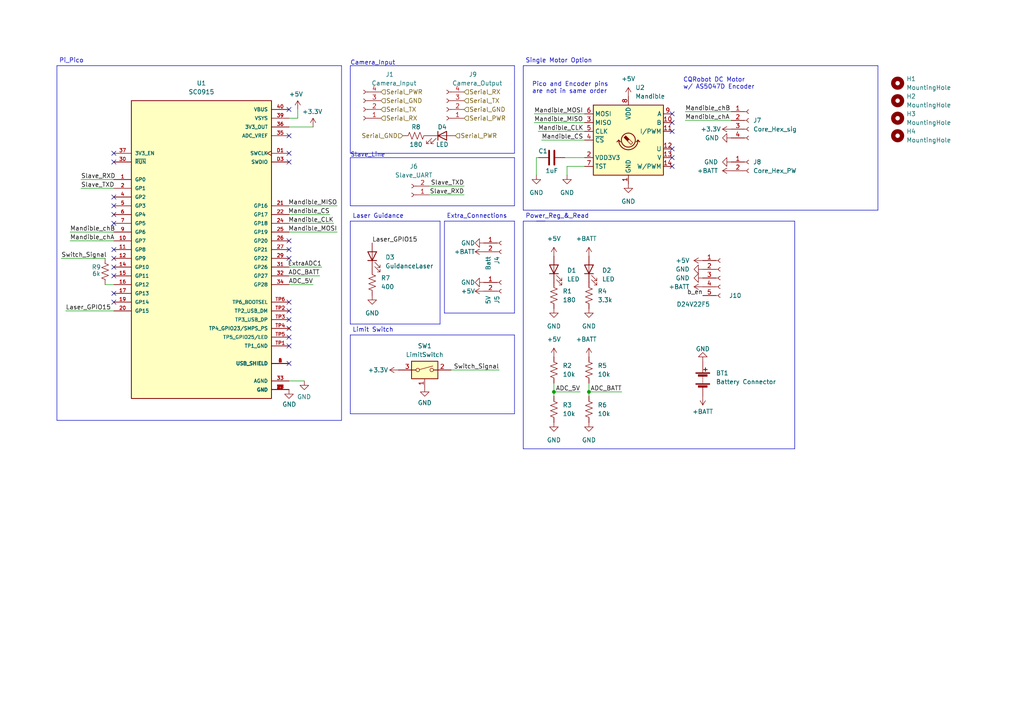
<source format=kicad_sch>
(kicad_sch (version 20230121) (generator eeschema)

  (uuid 4c69b79c-0f3d-45b5-9289-05c5b0611b64)

  (paper "A4")

  (lib_symbols
    (symbol "AS5047D_1" (in_bom yes) (on_board yes)
      (property "Reference" "U2" (at 2.0194 15.24 0)
        (effects (font (size 1.27 1.27)) (justify left))
      )
      (property "Value" "Mandible" (at 2.0194 12.7 0)
        (effects (font (size 1.27 1.27)) (justify left))
      )
      (property "Footprint" "TerminalBlock_TE-Connectivity:TerminalBlock_TE_282834-8_1x08_P2.54mm_Horizontal" (at 0 -15.24 0)
        (effects (font (size 1.27 1.27)) hide)
      )
      (property "Datasheet" "https://ams.com/documents/20143/36005/AS5047D_DS000394_2-00.pdf" (at -19.05 -13.97 0)
        (effects (font (size 1.27 1.27)) hide)
      )
      (property "ki_keywords" "Magnetic Hall Sensor" (at 0 0 0)
        (effects (font (size 1.27 1.27)) hide)
      )
      (property "ki_description" "On-Axis Magnetic Position Sensor, 14-bit, PWM Output, ABI Output, UVW Output, SPI Interface, TSSOP-14" (at 0 0 0)
        (effects (font (size 1.27 1.27)) hide)
      )
      (property "ki_fp_filters" "TSSOP*4.4x5mm*P0.65mm*" (at 0 0 0)
        (effects (font (size 1.27 1.27)) hide)
      )
      (symbol "AS5047D_1_1_1"
        (rectangle (start -10.16 10.16) (end 10.16 -10.16)
          (stroke (width 0.254) (type default))
          (fill (type background))
        )
        (arc (start -2.794 0) (mid 0 -2.7819) (end 2.794 0)
          (stroke (width 0.254) (type default))
          (fill (type none))
        )
        (polyline
          (pts
            (xy -2.794 0)
            (xy -3.302 -0.508)
          )
          (stroke (width 0.254) (type default))
          (fill (type none))
        )
        (polyline
          (pts
            (xy -2.794 0)
            (xy -2.286 -0.508)
          )
          (stroke (width 0.254) (type default))
          (fill (type none))
        )
        (polyline
          (pts
            (xy 2.794 0)
            (xy 2.286 -0.508)
          )
          (stroke (width 0.254) (type default))
          (fill (type none))
        )
        (polyline
          (pts
            (xy 2.794 0)
            (xy 3.302 -0.508)
          )
          (stroke (width 0.254) (type default))
          (fill (type none))
        )
        (polyline
          (pts
            (xy 0.254 0.254)
            (xy 1.27 -0.762)
            (xy 0.762 -1.27)
            (xy -0.254 -0.254)
          )
          (stroke (width 0) (type default))
          (fill (type none))
        )
        (polyline
          (pts
            (xy -0.762 1.27)
            (xy 0.254 0.254)
            (xy -0.254 -0.254)
            (xy -1.27 0.762)
            (xy -1.016 1.016)
            (xy -0.762 1.27)
            (xy -0.635 1.143)
          )
          (stroke (width 0) (type default))
          (fill (type outline))
        )
        (circle (center 0 0) (radius 2.032)
          (stroke (width 0.254) (type default))
          (fill (type none))
        )
        (pin power_in line (at 0 -12.7 90) (length 2.54)
          (name "GND" (effects (font (size 1.27 1.27))))
          (number "1" (effects (font (size 1.27 1.27))))
        )
        (pin output line (at 12.7 5.08 180) (length 2.54)
          (name "B" (effects (font (size 1.27 1.27))))
          (number "10" (effects (font (size 1.27 1.27))))
        )
        (pin output line (at 12.7 2.54 180) (length 2.54)
          (name "I/PWM" (effects (font (size 1.27 1.27))))
          (number "11" (effects (font (size 1.27 1.27))))
        )
        (pin output line (at 12.7 -2.54 180) (length 2.54)
          (name "U" (effects (font (size 1.27 1.27))))
          (number "12" (effects (font (size 1.27 1.27))))
        )
        (pin output line (at 12.7 -5.08 180) (length 2.54)
          (name "V" (effects (font (size 1.27 1.27))))
          (number "13" (effects (font (size 1.27 1.27))))
        )
        (pin output line (at 12.7 -7.62 180) (length 2.54)
          (name "W/PWM" (effects (font (size 1.27 1.27))))
          (number "14" (effects (font (size 1.27 1.27))))
        )
        (pin power_out line (at -12.7 -5.08 0) (length 2.54)
          (name "VDD3V3" (effects (font (size 1.27 1.27))))
          (number "2" (effects (font (size 1.27 1.27))))
        )
        (pin output line (at -12.7 5.08 0) (length 2.54)
          (name "MISO" (effects (font (size 1.27 1.27))))
          (number "3" (effects (font (size 1.27 1.27))))
        )
        (pin input line (at -12.7 0 0) (length 2.54)
          (name "~{CS}" (effects (font (size 1.27 1.27))))
          (number "4" (effects (font (size 1.27 1.27))))
        )
        (pin input line (at -12.7 2.54 0) (length 2.54)
          (name "CLK" (effects (font (size 1.27 1.27))))
          (number "5" (effects (font (size 1.27 1.27))))
        )
        (pin input line (at -12.7 7.62 0) (length 2.54)
          (name "MOSI" (effects (font (size 1.27 1.27))))
          (number "6" (effects (font (size 1.27 1.27))))
        )
        (pin input line (at -12.7 -7.62 0) (length 2.54)
          (name "TST" (effects (font (size 1.27 1.27))))
          (number "7" (effects (font (size 1.27 1.27))))
        )
        (pin power_in line (at 0 12.7 270) (length 2.54)
          (name "VDD" (effects (font (size 1.27 1.27))))
          (number "8" (effects (font (size 1.27 1.27))))
        )
        (pin output line (at 12.7 7.62 180) (length 2.54)
          (name "A" (effects (font (size 1.27 1.27))))
          (number "9" (effects (font (size 1.27 1.27))))
        )
      )
    )
    (symbol "Connector:Conn_01x02_Female" (pin_names (offset 1.016) hide) (in_bom yes) (on_board yes)
      (property "Reference" "J" (at 0 2.54 0)
        (effects (font (size 1.27 1.27)))
      )
      (property "Value" "Conn_01x02_Female" (at 0 -5.08 0)
        (effects (font (size 1.27 1.27)))
      )
      (property "Footprint" "" (at 0 0 0)
        (effects (font (size 1.27 1.27)) hide)
      )
      (property "Datasheet" "~" (at 0 0 0)
        (effects (font (size 1.27 1.27)) hide)
      )
      (property "ki_keywords" "connector" (at 0 0 0)
        (effects (font (size 1.27 1.27)) hide)
      )
      (property "ki_description" "Generic connector, single row, 01x02, script generated (kicad-library-utils/schlib/autogen/connector/)" (at 0 0 0)
        (effects (font (size 1.27 1.27)) hide)
      )
      (property "ki_fp_filters" "Connector*:*_1x??_*" (at 0 0 0)
        (effects (font (size 1.27 1.27)) hide)
      )
      (symbol "Conn_01x02_Female_1_1"
        (arc (start 0 -2.032) (mid -0.5058 -2.54) (end 0 -3.048)
          (stroke (width 0.1524) (type default))
          (fill (type none))
        )
        (polyline
          (pts
            (xy -1.27 -2.54)
            (xy -0.508 -2.54)
          )
          (stroke (width 0.1524) (type default))
          (fill (type none))
        )
        (polyline
          (pts
            (xy -1.27 0)
            (xy -0.508 0)
          )
          (stroke (width 0.1524) (type default))
          (fill (type none))
        )
        (arc (start 0 0.508) (mid -0.5058 0) (end 0 -0.508)
          (stroke (width 0.1524) (type default))
          (fill (type none))
        )
        (pin passive line (at -5.08 0 0) (length 3.81)
          (name "Pin_1" (effects (font (size 1.27 1.27))))
          (number "1" (effects (font (size 1.27 1.27))))
        )
        (pin passive line (at -5.08 -2.54 0) (length 3.81)
          (name "Pin_2" (effects (font (size 1.27 1.27))))
          (number "2" (effects (font (size 1.27 1.27))))
        )
      )
    )
    (symbol "Connector:Conn_01x04_Female" (pin_names (offset 1.016) hide) (in_bom yes) (on_board yes)
      (property "Reference" "J" (at 0 5.08 0)
        (effects (font (size 1.27 1.27)))
      )
      (property "Value" "Conn_01x04_Female" (at 0 -7.62 0)
        (effects (font (size 1.27 1.27)))
      )
      (property "Footprint" "" (at 0 0 0)
        (effects (font (size 1.27 1.27)) hide)
      )
      (property "Datasheet" "~" (at 0 0 0)
        (effects (font (size 1.27 1.27)) hide)
      )
      (property "ki_keywords" "connector" (at 0 0 0)
        (effects (font (size 1.27 1.27)) hide)
      )
      (property "ki_description" "Generic connector, single row, 01x04, script generated (kicad-library-utils/schlib/autogen/connector/)" (at 0 0 0)
        (effects (font (size 1.27 1.27)) hide)
      )
      (property "ki_fp_filters" "Connector*:*_1x??_*" (at 0 0 0)
        (effects (font (size 1.27 1.27)) hide)
      )
      (symbol "Conn_01x04_Female_1_1"
        (arc (start 0 -4.572) (mid -0.5058 -5.08) (end 0 -5.588)
          (stroke (width 0.1524) (type default))
          (fill (type none))
        )
        (arc (start 0 -2.032) (mid -0.5058 -2.54) (end 0 -3.048)
          (stroke (width 0.1524) (type default))
          (fill (type none))
        )
        (polyline
          (pts
            (xy -1.27 -5.08)
            (xy -0.508 -5.08)
          )
          (stroke (width 0.1524) (type default))
          (fill (type none))
        )
        (polyline
          (pts
            (xy -1.27 -2.54)
            (xy -0.508 -2.54)
          )
          (stroke (width 0.1524) (type default))
          (fill (type none))
        )
        (polyline
          (pts
            (xy -1.27 0)
            (xy -0.508 0)
          )
          (stroke (width 0.1524) (type default))
          (fill (type none))
        )
        (polyline
          (pts
            (xy -1.27 2.54)
            (xy -0.508 2.54)
          )
          (stroke (width 0.1524) (type default))
          (fill (type none))
        )
        (arc (start 0 0.508) (mid -0.5058 0) (end 0 -0.508)
          (stroke (width 0.1524) (type default))
          (fill (type none))
        )
        (arc (start 0 3.048) (mid -0.5058 2.54) (end 0 2.032)
          (stroke (width 0.1524) (type default))
          (fill (type none))
        )
        (pin passive line (at -5.08 2.54 0) (length 3.81)
          (name "Pin_1" (effects (font (size 1.27 1.27))))
          (number "1" (effects (font (size 1.27 1.27))))
        )
        (pin passive line (at -5.08 0 0) (length 3.81)
          (name "Pin_2" (effects (font (size 1.27 1.27))))
          (number "2" (effects (font (size 1.27 1.27))))
        )
        (pin passive line (at -5.08 -2.54 0) (length 3.81)
          (name "Pin_3" (effects (font (size 1.27 1.27))))
          (number "3" (effects (font (size 1.27 1.27))))
        )
        (pin passive line (at -5.08 -5.08 0) (length 3.81)
          (name "Pin_4" (effects (font (size 1.27 1.27))))
          (number "4" (effects (font (size 1.27 1.27))))
        )
      )
    )
    (symbol "Connector:Conn_01x05_Female" (pin_names (offset 1.016) hide) (in_bom yes) (on_board yes)
      (property "Reference" "J" (at 0 7.62 0)
        (effects (font (size 1.27 1.27)))
      )
      (property "Value" "Conn_01x05_Female" (at 0 -7.62 0)
        (effects (font (size 1.27 1.27)))
      )
      (property "Footprint" "" (at 0 0 0)
        (effects (font (size 1.27 1.27)) hide)
      )
      (property "Datasheet" "~" (at 0 0 0)
        (effects (font (size 1.27 1.27)) hide)
      )
      (property "ki_keywords" "connector" (at 0 0 0)
        (effects (font (size 1.27 1.27)) hide)
      )
      (property "ki_description" "Generic connector, single row, 01x05, script generated (kicad-library-utils/schlib/autogen/connector/)" (at 0 0 0)
        (effects (font (size 1.27 1.27)) hide)
      )
      (property "ki_fp_filters" "Connector*:*_1x??_*" (at 0 0 0)
        (effects (font (size 1.27 1.27)) hide)
      )
      (symbol "Conn_01x05_Female_1_1"
        (arc (start 0 -4.572) (mid -0.5058 -5.08) (end 0 -5.588)
          (stroke (width 0.1524) (type default))
          (fill (type none))
        )
        (arc (start 0 -2.032) (mid -0.5058 -2.54) (end 0 -3.048)
          (stroke (width 0.1524) (type default))
          (fill (type none))
        )
        (polyline
          (pts
            (xy -1.27 -5.08)
            (xy -0.508 -5.08)
          )
          (stroke (width 0.1524) (type default))
          (fill (type none))
        )
        (polyline
          (pts
            (xy -1.27 -2.54)
            (xy -0.508 -2.54)
          )
          (stroke (width 0.1524) (type default))
          (fill (type none))
        )
        (polyline
          (pts
            (xy -1.27 0)
            (xy -0.508 0)
          )
          (stroke (width 0.1524) (type default))
          (fill (type none))
        )
        (polyline
          (pts
            (xy -1.27 2.54)
            (xy -0.508 2.54)
          )
          (stroke (width 0.1524) (type default))
          (fill (type none))
        )
        (polyline
          (pts
            (xy -1.27 5.08)
            (xy -0.508 5.08)
          )
          (stroke (width 0.1524) (type default))
          (fill (type none))
        )
        (arc (start 0 0.508) (mid -0.5058 0) (end 0 -0.508)
          (stroke (width 0.1524) (type default))
          (fill (type none))
        )
        (arc (start 0 3.048) (mid -0.5058 2.54) (end 0 2.032)
          (stroke (width 0.1524) (type default))
          (fill (type none))
        )
        (arc (start 0 5.588) (mid -0.5058 5.08) (end 0 4.572)
          (stroke (width 0.1524) (type default))
          (fill (type none))
        )
        (pin passive line (at -5.08 5.08 0) (length 3.81)
          (name "Pin_1" (effects (font (size 1.27 1.27))))
          (number "1" (effects (font (size 1.27 1.27))))
        )
        (pin passive line (at -5.08 2.54 0) (length 3.81)
          (name "Pin_2" (effects (font (size 1.27 1.27))))
          (number "2" (effects (font (size 1.27 1.27))))
        )
        (pin passive line (at -5.08 0 0) (length 3.81)
          (name "Pin_3" (effects (font (size 1.27 1.27))))
          (number "3" (effects (font (size 1.27 1.27))))
        )
        (pin passive line (at -5.08 -2.54 0) (length 3.81)
          (name "Pin_4" (effects (font (size 1.27 1.27))))
          (number "4" (effects (font (size 1.27 1.27))))
        )
        (pin passive line (at -5.08 -5.08 0) (length 3.81)
          (name "Pin_5" (effects (font (size 1.27 1.27))))
          (number "5" (effects (font (size 1.27 1.27))))
        )
      )
    )
    (symbol "Device:Battery" (pin_numbers hide) (pin_names (offset 0) hide) (in_bom yes) (on_board yes)
      (property "Reference" "BT1" (at 2.667 0.4537 0)
        (effects (font (size 1.27 1.27)) (justify right))
      )
      (property "Value" "Battery Connector" (at 2.667 -2.0832 0)
        (effects (font (size 1.27 1.27)) (justify right))
      )
      (property "Footprint" "6S-2_3A:XT60" (at 0 1.27 90)
        (effects (font (size 1.27 1.27)) hide)
      )
      (property "Datasheet" "~" (at 0 1.524 90)
        (effects (font (size 1.27 1.27)) hide)
      )
      (property "ki_keywords" "batt voltage-source cell" (at 0 0 0)
        (effects (font (size 1.27 1.27)) hide)
      )
      (property "ki_description" "Multiple-cell battery" (at 0 0 0)
        (effects (font (size 1.27 1.27)) hide)
      )
      (symbol "Battery_0_1"
        (rectangle (start -2.032 -1.397) (end 2.032 -1.651)
          (stroke (width 0) (type default))
          (fill (type outline))
        )
        (rectangle (start -2.032 1.778) (end 2.032 1.524)
          (stroke (width 0) (type default))
          (fill (type outline))
        )
        (rectangle (start -1.3208 -1.9812) (end 1.27 -2.4892)
          (stroke (width 0) (type default))
          (fill (type outline))
        )
        (rectangle (start -1.3208 1.1938) (end 1.27 0.6858)
          (stroke (width 0) (type default))
          (fill (type outline))
        )
        (polyline
          (pts
            (xy 0 -1.524)
            (xy 0 -1.27)
          )
          (stroke (width 0) (type default))
          (fill (type none))
        )
        (polyline
          (pts
            (xy 0 -1.016)
            (xy 0 -0.762)
          )
          (stroke (width 0) (type default))
          (fill (type none))
        )
        (polyline
          (pts
            (xy 0 -0.508)
            (xy 0 -0.254)
          )
          (stroke (width 0) (type default))
          (fill (type none))
        )
        (polyline
          (pts
            (xy 0 0)
            (xy 0 0.254)
          )
          (stroke (width 0) (type default))
          (fill (type none))
        )
        (polyline
          (pts
            (xy 0 0.508)
            (xy 0 0.762)
          )
          (stroke (width 0) (type default))
          (fill (type none))
        )
        (polyline
          (pts
            (xy 0 1.778)
            (xy 0 2.54)
          )
          (stroke (width 0) (type default))
          (fill (type none))
        )
        (polyline
          (pts
            (xy 0.254 2.667)
            (xy 1.27 2.667)
          )
          (stroke (width 0.254) (type default))
          (fill (type none))
        )
        (polyline
          (pts
            (xy 0.762 3.175)
            (xy 0.762 2.159)
          )
          (stroke (width 0.254) (type default))
          (fill (type none))
        )
      )
      (symbol "Battery_1_1"
        (pin passive line (at 0 5.08 270) (length 2.54)
          (name "+" (effects (font (size 1.27 1.27))))
          (number "1" (effects (font (size 1.27 1.27))))
        )
        (pin power_out line (at 0 -5.08 90) (length 2.54)
          (name "-" (effects (font (size 1.27 1.27))))
          (number "2" (effects (font (size 1.27 1.27))))
        )
      )
    )
    (symbol "Device:C" (pin_numbers hide) (pin_names (offset 0.254)) (in_bom yes) (on_board yes)
      (property "Reference" "C" (at 0.635 2.54 0)
        (effects (font (size 1.27 1.27)) (justify left))
      )
      (property "Value" "C" (at 0.635 -2.54 0)
        (effects (font (size 1.27 1.27)) (justify left))
      )
      (property "Footprint" "" (at 0.9652 -3.81 0)
        (effects (font (size 1.27 1.27)) hide)
      )
      (property "Datasheet" "~" (at 0 0 0)
        (effects (font (size 1.27 1.27)) hide)
      )
      (property "ki_keywords" "cap capacitor" (at 0 0 0)
        (effects (font (size 1.27 1.27)) hide)
      )
      (property "ki_description" "Unpolarized capacitor" (at 0 0 0)
        (effects (font (size 1.27 1.27)) hide)
      )
      (property "ki_fp_filters" "C_*" (at 0 0 0)
        (effects (font (size 1.27 1.27)) hide)
      )
      (symbol "C_0_1"
        (polyline
          (pts
            (xy -2.032 -0.762)
            (xy 2.032 -0.762)
          )
          (stroke (width 0.508) (type default))
          (fill (type none))
        )
        (polyline
          (pts
            (xy -2.032 0.762)
            (xy 2.032 0.762)
          )
          (stroke (width 0.508) (type default))
          (fill (type none))
        )
      )
      (symbol "C_1_1"
        (pin passive line (at 0 3.81 270) (length 2.794)
          (name "~" (effects (font (size 1.27 1.27))))
          (number "1" (effects (font (size 1.27 1.27))))
        )
        (pin passive line (at 0 -3.81 90) (length 2.794)
          (name "~" (effects (font (size 1.27 1.27))))
          (number "2" (effects (font (size 1.27 1.27))))
        )
      )
    )
    (symbol "Device:LED" (pin_numbers hide) (pin_names (offset 1.016) hide) (in_bom yes) (on_board yes)
      (property "Reference" "D" (at 0 2.54 0)
        (effects (font (size 1.27 1.27)))
      )
      (property "Value" "LED" (at 0 -2.54 0)
        (effects (font (size 1.27 1.27)))
      )
      (property "Footprint" "" (at 0 0 0)
        (effects (font (size 1.27 1.27)) hide)
      )
      (property "Datasheet" "~" (at 0 0 0)
        (effects (font (size 1.27 1.27)) hide)
      )
      (property "ki_keywords" "LED diode" (at 0 0 0)
        (effects (font (size 1.27 1.27)) hide)
      )
      (property "ki_description" "Light emitting diode" (at 0 0 0)
        (effects (font (size 1.27 1.27)) hide)
      )
      (property "ki_fp_filters" "LED* LED_SMD:* LED_THT:*" (at 0 0 0)
        (effects (font (size 1.27 1.27)) hide)
      )
      (symbol "LED_0_1"
        (polyline
          (pts
            (xy -1.27 -1.27)
            (xy -1.27 1.27)
          )
          (stroke (width 0.254) (type default))
          (fill (type none))
        )
        (polyline
          (pts
            (xy -1.27 0)
            (xy 1.27 0)
          )
          (stroke (width 0) (type default))
          (fill (type none))
        )
        (polyline
          (pts
            (xy 1.27 -1.27)
            (xy 1.27 1.27)
            (xy -1.27 0)
            (xy 1.27 -1.27)
          )
          (stroke (width 0.254) (type default))
          (fill (type none))
        )
        (polyline
          (pts
            (xy -3.048 -0.762)
            (xy -4.572 -2.286)
            (xy -3.81 -2.286)
            (xy -4.572 -2.286)
            (xy -4.572 -1.524)
          )
          (stroke (width 0) (type default))
          (fill (type none))
        )
        (polyline
          (pts
            (xy -1.778 -0.762)
            (xy -3.302 -2.286)
            (xy -2.54 -2.286)
            (xy -3.302 -2.286)
            (xy -3.302 -1.524)
          )
          (stroke (width 0) (type default))
          (fill (type none))
        )
      )
      (symbol "LED_1_1"
        (pin passive line (at -3.81 0 0) (length 2.54)
          (name "K" (effects (font (size 1.27 1.27))))
          (number "1" (effects (font (size 1.27 1.27))))
        )
        (pin passive line (at 3.81 0 180) (length 2.54)
          (name "A" (effects (font (size 1.27 1.27))))
          (number "2" (effects (font (size 1.27 1.27))))
        )
      )
    )
    (symbol "Device:R_US" (pin_numbers hide) (pin_names (offset 0)) (in_bom yes) (on_board yes)
      (property "Reference" "R" (at 2.54 0 90)
        (effects (font (size 1.27 1.27)))
      )
      (property "Value" "R_US" (at -2.54 0 90)
        (effects (font (size 1.27 1.27)))
      )
      (property "Footprint" "" (at 1.016 -0.254 90)
        (effects (font (size 1.27 1.27)) hide)
      )
      (property "Datasheet" "~" (at 0 0 0)
        (effects (font (size 1.27 1.27)) hide)
      )
      (property "ki_keywords" "R res resistor" (at 0 0 0)
        (effects (font (size 1.27 1.27)) hide)
      )
      (property "ki_description" "Resistor, US symbol" (at 0 0 0)
        (effects (font (size 1.27 1.27)) hide)
      )
      (property "ki_fp_filters" "R_*" (at 0 0 0)
        (effects (font (size 1.27 1.27)) hide)
      )
      (symbol "R_US_0_1"
        (polyline
          (pts
            (xy 0 -2.286)
            (xy 0 -2.54)
          )
          (stroke (width 0) (type default))
          (fill (type none))
        )
        (polyline
          (pts
            (xy 0 2.286)
            (xy 0 2.54)
          )
          (stroke (width 0) (type default))
          (fill (type none))
        )
        (polyline
          (pts
            (xy 0 -0.762)
            (xy 1.016 -1.143)
            (xy 0 -1.524)
            (xy -1.016 -1.905)
            (xy 0 -2.286)
          )
          (stroke (width 0) (type default))
          (fill (type none))
        )
        (polyline
          (pts
            (xy 0 0.762)
            (xy 1.016 0.381)
            (xy 0 0)
            (xy -1.016 -0.381)
            (xy 0 -0.762)
          )
          (stroke (width 0) (type default))
          (fill (type none))
        )
        (polyline
          (pts
            (xy 0 2.286)
            (xy 1.016 1.905)
            (xy 0 1.524)
            (xy -1.016 1.143)
            (xy 0 0.762)
          )
          (stroke (width 0) (type default))
          (fill (type none))
        )
      )
      (symbol "R_US_1_1"
        (pin passive line (at 0 3.81 270) (length 1.27)
          (name "~" (effects (font (size 1.27 1.27))))
          (number "1" (effects (font (size 1.27 1.27))))
        )
        (pin passive line (at 0 -3.81 90) (length 1.27)
          (name "~" (effects (font (size 1.27 1.27))))
          (number "2" (effects (font (size 1.27 1.27))))
        )
      )
    )
    (symbol "GND_1" (power) (pin_names (offset 0)) (in_bom yes) (on_board yes)
      (property "Reference" "#PWR" (at 0 -6.35 0)
        (effects (font (size 1.27 1.27)) hide)
      )
      (property "Value" "GND_1" (at 0 -3.81 0)
        (effects (font (size 1.27 1.27)))
      )
      (property "Footprint" "" (at 0 0 0)
        (effects (font (size 1.27 1.27)) hide)
      )
      (property "Datasheet" "" (at 0 0 0)
        (effects (font (size 1.27 1.27)) hide)
      )
      (property "ki_keywords" "global power" (at 0 0 0)
        (effects (font (size 1.27 1.27)) hide)
      )
      (property "ki_description" "Power symbol creates a global label with name \"GND\" , ground" (at 0 0 0)
        (effects (font (size 1.27 1.27)) hide)
      )
      (symbol "GND_1_0_1"
        (polyline
          (pts
            (xy 0 0)
            (xy 0 -1.27)
            (xy 1.27 -1.27)
            (xy 0 -2.54)
            (xy -1.27 -1.27)
            (xy 0 -1.27)
          )
          (stroke (width 0) (type default))
          (fill (type none))
        )
      )
      (symbol "GND_1_1_1"
        (pin power_in line (at 0 0 270) (length 0) hide
          (name "GND" (effects (font (size 1.27 1.27))))
          (number "1" (effects (font (size 1.27 1.27))))
        )
      )
    )
    (symbol "GND_2" (power) (pin_names (offset 0)) (in_bom yes) (on_board yes)
      (property "Reference" "#PWR" (at 0 -6.35 0)
        (effects (font (size 1.27 1.27)) hide)
      )
      (property "Value" "GND_2" (at 0 -3.81 0)
        (effects (font (size 1.27 1.27)))
      )
      (property "Footprint" "" (at 0 0 0)
        (effects (font (size 1.27 1.27)) hide)
      )
      (property "Datasheet" "" (at 0 0 0)
        (effects (font (size 1.27 1.27)) hide)
      )
      (property "ki_keywords" "global power" (at 0 0 0)
        (effects (font (size 1.27 1.27)) hide)
      )
      (property "ki_description" "Power symbol creates a global label with name \"GND\" , ground" (at 0 0 0)
        (effects (font (size 1.27 1.27)) hide)
      )
      (symbol "GND_2_0_1"
        (polyline
          (pts
            (xy 0 0)
            (xy 0 -1.27)
            (xy 1.27 -1.27)
            (xy 0 -2.54)
            (xy -1.27 -1.27)
            (xy 0 -1.27)
          )
          (stroke (width 0) (type default))
          (fill (type none))
        )
      )
      (symbol "GND_2_1_1"
        (pin power_in line (at 0 0 270) (length 0) hide
          (name "GND" (effects (font (size 1.27 1.27))))
          (number "1" (effects (font (size 1.27 1.27))))
        )
      )
    )
    (symbol "GND_3" (power) (pin_names (offset 0)) (in_bom yes) (on_board yes)
      (property "Reference" "#PWR" (at 0 -6.35 0)
        (effects (font (size 1.27 1.27)) hide)
      )
      (property "Value" "GND_3" (at 0 -3.81 0)
        (effects (font (size 1.27 1.27)))
      )
      (property "Footprint" "" (at 0 0 0)
        (effects (font (size 1.27 1.27)) hide)
      )
      (property "Datasheet" "" (at 0 0 0)
        (effects (font (size 1.27 1.27)) hide)
      )
      (property "ki_keywords" "global power" (at 0 0 0)
        (effects (font (size 1.27 1.27)) hide)
      )
      (property "ki_description" "Power symbol creates a global label with name \"GND\" , ground" (at 0 0 0)
        (effects (font (size 1.27 1.27)) hide)
      )
      (symbol "GND_3_0_1"
        (polyline
          (pts
            (xy 0 0)
            (xy 0 -1.27)
            (xy 1.27 -1.27)
            (xy 0 -2.54)
            (xy -1.27 -1.27)
            (xy 0 -1.27)
          )
          (stroke (width 0) (type default))
          (fill (type none))
        )
      )
      (symbol "GND_3_1_1"
        (pin power_in line (at 0 0 270) (length 0) hide
          (name "GND" (effects (font (size 1.27 1.27))))
          (number "1" (effects (font (size 1.27 1.27))))
        )
      )
    )
    (symbol "Mechanical:MountingHole" (pin_names (offset 1.016)) (in_bom yes) (on_board yes)
      (property "Reference" "H" (at 0 5.08 0)
        (effects (font (size 1.27 1.27)))
      )
      (property "Value" "MountingHole" (at 0 3.175 0)
        (effects (font (size 1.27 1.27)))
      )
      (property "Footprint" "" (at 0 0 0)
        (effects (font (size 1.27 1.27)) hide)
      )
      (property "Datasheet" "~" (at 0 0 0)
        (effects (font (size 1.27 1.27)) hide)
      )
      (property "ki_keywords" "mounting hole" (at 0 0 0)
        (effects (font (size 1.27 1.27)) hide)
      )
      (property "ki_description" "Mounting Hole without connection" (at 0 0 0)
        (effects (font (size 1.27 1.27)) hide)
      )
      (property "ki_fp_filters" "MountingHole*" (at 0 0 0)
        (effects (font (size 1.27 1.27)) hide)
      )
      (symbol "MountingHole_0_1"
        (circle (center 0 0) (radius 1.27)
          (stroke (width 1.27) (type default))
          (fill (type none))
        )
      )
    )
    (symbol "SC0915:SC0915" (pin_names (offset 1.016)) (in_bom yes) (on_board yes)
      (property "Reference" "U1" (at 0 48.26 0)
        (effects (font (size 1.27 1.27)))
      )
      (property "Value" "SC0915" (at 0 45.72 0)
        (effects (font (size 1.27 1.27)))
      )
      (property "Footprint" "SC0915 (2):MODULE_SC0915" (at 0 0 0)
        (effects (font (size 1.27 1.27)) (justify bottom) hide)
      )
      (property "Datasheet" "" (at 0 0 0)
        (effects (font (size 1.27 1.27)) hide)
      )
      (property "MF" "Raspberry Pi" (at 0 0 0)
        (effects (font (size 1.27 1.27)) (justify bottom) hide)
      )
      (property "Description" "\nRaspberry Pi Pico Embedded Dev Module | Raspberry Pi SC0915\n" (at 0 0 0)
        (effects (font (size 1.27 1.27)) (justify bottom) hide)
      )
      (property "Package" "None" (at 0 0 0)
        (effects (font (size 1.27 1.27)) (justify bottom) hide)
      )
      (property "Price" "None" (at 0 0 0)
        (effects (font (size 1.27 1.27)) (justify bottom) hide)
      )
      (property "Check_prices" "https://www.snapeda.com/parts/SC0915/Raspberry+Pi/view-part/?ref=eda" (at 0 0 0)
        (effects (font (size 1.27 1.27)) (justify bottom) hide)
      )
      (property "STANDARD" "Manufacturer Recommendations" (at 0 0 0)
        (effects (font (size 1.27 1.27)) (justify bottom) hide)
      )
      (property "PARTREV" "1.9" (at 0 0 0)
        (effects (font (size 1.27 1.27)) (justify bottom) hide)
      )
      (property "SnapEDA_Link" "https://www.snapeda.com/parts/SC0915/Raspberry+Pi/view-part/?ref=snap" (at 0 0 0)
        (effects (font (size 1.27 1.27)) (justify bottom) hide)
      )
      (property "MP" "SC0915" (at 0 0 0)
        (effects (font (size 1.27 1.27)) (justify bottom) hide)
      )
      (property "Purchase-URL" "https://www.snapeda.com/api/url_track_click_mouser/?unipart_id=6331605&manufacturer=Raspberry Pi&part_name=SC0915&search_term=raspberry pi pico" (at 0 0 0)
        (effects (font (size 1.27 1.27)) (justify bottom) hide)
      )
      (property "MANUFACTURER" "Pi Supply" (at 0 0 0)
        (effects (font (size 1.27 1.27)) (justify bottom) hide)
      )
      (property "Availability" "In Stock" (at 0 0 0)
        (effects (font (size 1.27 1.27)) (justify bottom) hide)
      )
      (property "SNAPEDA_PN" "SC0915" (at 0 0 0)
        (effects (font (size 1.27 1.27)) (justify bottom) hide)
      )
      (symbol "SC0915_0_0"
        (rectangle (start -20.32 -43.18) (end 20.32 43.18)
          (stroke (width 0.254) (type default))
          (fill (type background))
        )
        (pin bidirectional line (at -25.4 20.32 0) (length 5.08)
          (name "GP0" (effects (font (size 1.016 1.016))))
          (number "1" (effects (font (size 1.016 1.016))))
        )
        (pin bidirectional line (at -25.4 2.54 0) (length 5.08)
          (name "GP7" (effects (font (size 1.016 1.016))))
          (number "10" (effects (font (size 1.016 1.016))))
        )
        (pin bidirectional line (at -25.4 0 0) (length 5.08)
          (name "GP8" (effects (font (size 1.016 1.016))))
          (number "11" (effects (font (size 1.016 1.016))))
        )
        (pin bidirectional line (at -25.4 -2.54 0) (length 5.08)
          (name "GP9" (effects (font (size 1.016 1.016))))
          (number "12" (effects (font (size 1.016 1.016))))
        )
        (pin power_in line (at 25.4 -40.64 180) (length 5.08)
          (name "GND" (effects (font (size 1.016 1.016))))
          (number "13" (effects (font (size 1.016 1.016))))
        )
        (pin bidirectional line (at -25.4 -5.08 0) (length 5.08)
          (name "GP10" (effects (font (size 1.016 1.016))))
          (number "14" (effects (font (size 1.016 1.016))))
        )
        (pin bidirectional line (at -25.4 -7.62 0) (length 5.08)
          (name "GP11" (effects (font (size 1.016 1.016))))
          (number "15" (effects (font (size 1.016 1.016))))
        )
        (pin bidirectional line (at -25.4 -10.16 0) (length 5.08)
          (name "GP12" (effects (font (size 1.016 1.016))))
          (number "16" (effects (font (size 1.016 1.016))))
        )
        (pin bidirectional line (at -25.4 -12.7 0) (length 5.08)
          (name "GP13" (effects (font (size 1.016 1.016))))
          (number "17" (effects (font (size 1.016 1.016))))
        )
        (pin power_in line (at 25.4 -40.64 180) (length 5.08)
          (name "GND" (effects (font (size 1.016 1.016))))
          (number "18" (effects (font (size 1.016 1.016))))
        )
        (pin bidirectional line (at -25.4 -15.24 0) (length 5.08)
          (name "GP14" (effects (font (size 1.016 1.016))))
          (number "19" (effects (font (size 1.016 1.016))))
        )
        (pin bidirectional line (at -25.4 17.78 0) (length 5.08)
          (name "GP1" (effects (font (size 1.016 1.016))))
          (number "2" (effects (font (size 1.016 1.016))))
        )
        (pin bidirectional line (at -25.4 -17.78 0) (length 5.08)
          (name "GP15" (effects (font (size 1.016 1.016))))
          (number "20" (effects (font (size 1.016 1.016))))
        )
        (pin bidirectional line (at 25.4 12.7 180) (length 5.08)
          (name "GP16" (effects (font (size 1.016 1.016))))
          (number "21" (effects (font (size 1.016 1.016))))
        )
        (pin bidirectional line (at 25.4 10.16 180) (length 5.08)
          (name "GP17" (effects (font (size 1.016 1.016))))
          (number "22" (effects (font (size 1.016 1.016))))
        )
        (pin power_in line (at 25.4 -40.64 180) (length 5.08)
          (name "GND" (effects (font (size 1.016 1.016))))
          (number "23" (effects (font (size 1.016 1.016))))
        )
        (pin bidirectional line (at 25.4 7.62 180) (length 5.08)
          (name "GP18" (effects (font (size 1.016 1.016))))
          (number "24" (effects (font (size 1.016 1.016))))
        )
        (pin bidirectional line (at 25.4 5.08 180) (length 5.08)
          (name "GP19" (effects (font (size 1.016 1.016))))
          (number "25" (effects (font (size 1.016 1.016))))
        )
        (pin bidirectional line (at 25.4 2.54 180) (length 5.08)
          (name "GP20" (effects (font (size 1.016 1.016))))
          (number "26" (effects (font (size 1.016 1.016))))
        )
        (pin bidirectional line (at 25.4 0 180) (length 5.08)
          (name "GP21" (effects (font (size 1.016 1.016))))
          (number "27" (effects (font (size 1.016 1.016))))
        )
        (pin power_in line (at 25.4 -40.64 180) (length 5.08)
          (name "GND" (effects (font (size 1.016 1.016))))
          (number "28" (effects (font (size 1.016 1.016))))
        )
        (pin bidirectional line (at 25.4 -2.54 180) (length 5.08)
          (name "GP22" (effects (font (size 1.016 1.016))))
          (number "29" (effects (font (size 1.016 1.016))))
        )
        (pin power_in line (at 25.4 -40.64 180) (length 5.08)
          (name "GND" (effects (font (size 1.016 1.016))))
          (number "3" (effects (font (size 1.016 1.016))))
        )
        (pin input line (at -25.4 25.4 0) (length 5.08)
          (name "~{RUN}" (effects (font (size 1.016 1.016))))
          (number "30" (effects (font (size 1.016 1.016))))
        )
        (pin bidirectional line (at 25.4 -5.08 180) (length 5.08)
          (name "GP26" (effects (font (size 1.016 1.016))))
          (number "31" (effects (font (size 1.016 1.016))))
        )
        (pin bidirectional line (at 25.4 -7.62 180) (length 5.08)
          (name "GP27" (effects (font (size 1.016 1.016))))
          (number "32" (effects (font (size 1.016 1.016))))
        )
        (pin power_in line (at 25.4 -38.1 180) (length 5.08)
          (name "AGND" (effects (font (size 1.016 1.016))))
          (number "33" (effects (font (size 1.016 1.016))))
        )
        (pin bidirectional line (at 25.4 -10.16 180) (length 5.08)
          (name "GP28" (effects (font (size 1.016 1.016))))
          (number "34" (effects (font (size 1.016 1.016))))
        )
        (pin power_in line (at 25.4 33.02 180) (length 5.08)
          (name "ADC_VREF" (effects (font (size 1.016 1.016))))
          (number "35" (effects (font (size 1.016 1.016))))
        )
        (pin power_in line (at 25.4 35.56 180) (length 5.08)
          (name "3V3_OUT" (effects (font (size 1.016 1.016))))
          (number "36" (effects (font (size 1.016 1.016))))
        )
        (pin input line (at -25.4 27.94 0) (length 5.08)
          (name "3V3_EN" (effects (font (size 1.016 1.016))))
          (number "37" (effects (font (size 1.016 1.016))))
        )
        (pin power_in line (at 25.4 -40.64 180) (length 5.08)
          (name "GND" (effects (font (size 1.016 1.016))))
          (number "38" (effects (font (size 1.016 1.016))))
        )
        (pin power_in line (at 25.4 38.1 180) (length 5.08)
          (name "VSYS" (effects (font (size 1.016 1.016))))
          (number "39" (effects (font (size 1.016 1.016))))
        )
        (pin bidirectional line (at -25.4 15.24 0) (length 5.08)
          (name "GP2" (effects (font (size 1.016 1.016))))
          (number "4" (effects (font (size 1.016 1.016))))
        )
        (pin power_in line (at 25.4 40.64 180) (length 5.08)
          (name "VBUS" (effects (font (size 1.016 1.016))))
          (number "40" (effects (font (size 1.016 1.016))))
        )
        (pin bidirectional line (at -25.4 12.7 0) (length 5.08)
          (name "GP3" (effects (font (size 1.016 1.016))))
          (number "5" (effects (font (size 1.016 1.016))))
        )
        (pin bidirectional line (at -25.4 10.16 0) (length 5.08)
          (name "GP4" (effects (font (size 1.016 1.016))))
          (number "6" (effects (font (size 1.016 1.016))))
        )
        (pin bidirectional line (at -25.4 7.62 0) (length 5.08)
          (name "GP5" (effects (font (size 1.016 1.016))))
          (number "7" (effects (font (size 1.016 1.016))))
        )
        (pin power_in line (at 25.4 -40.64 180) (length 5.08)
          (name "GND" (effects (font (size 1.016 1.016))))
          (number "8" (effects (font (size 1.016 1.016))))
        )
        (pin bidirectional line (at -25.4 5.08 0) (length 5.08)
          (name "GP6" (effects (font (size 1.016 1.016))))
          (number "9" (effects (font (size 1.016 1.016))))
        )
        (pin power_in line (at 25.4 -33.02 180) (length 5.08)
          (name "USB_SHIELD" (effects (font (size 1.016 1.016))))
          (number "A" (effects (font (size 1.016 1.016))))
        )
        (pin power_in line (at 25.4 -33.02 180) (length 5.08)
          (name "USB_SHIELD" (effects (font (size 1.016 1.016))))
          (number "B" (effects (font (size 1.016 1.016))))
        )
        (pin power_in line (at 25.4 -33.02 180) (length 5.08)
          (name "USB_SHIELD" (effects (font (size 1.016 1.016))))
          (number "C" (effects (font (size 1.016 1.016))))
        )
        (pin power_in line (at 25.4 -33.02 180) (length 5.08)
          (name "USB_SHIELD" (effects (font (size 1.016 1.016))))
          (number "D" (effects (font (size 1.016 1.016))))
        )
        (pin input clock (at 25.4 27.94 180) (length 5.08)
          (name "SWCLK" (effects (font (size 1.016 1.016))))
          (number "D1" (effects (font (size 1.016 1.016))))
        )
        (pin power_in line (at 25.4 -40.64 180) (length 5.08)
          (name "GND" (effects (font (size 1.016 1.016))))
          (number "D2" (effects (font (size 1.016 1.016))))
        )
        (pin bidirectional line (at 25.4 25.4 180) (length 5.08)
          (name "SWDIO" (effects (font (size 1.016 1.016))))
          (number "D3" (effects (font (size 1.016 1.016))))
        )
        (pin power_in line (at 25.4 -27.94 180) (length 5.08)
          (name "TP1_GND" (effects (font (size 1.016 1.016))))
          (number "TP1" (effects (font (size 1.016 1.016))))
        )
        (pin bidirectional line (at 25.4 -17.78 180) (length 5.08)
          (name "TP2_USB_DM" (effects (font (size 1.016 1.016))))
          (number "TP2" (effects (font (size 1.016 1.016))))
        )
        (pin bidirectional line (at 25.4 -20.32 180) (length 5.08)
          (name "TP3_USB_DP" (effects (font (size 1.016 1.016))))
          (number "TP3" (effects (font (size 1.016 1.016))))
        )
        (pin no_connect line (at 25.4 -22.86 180) (length 5.08)
          (name "TP4_GPIO23/SMPS_PS" (effects (font (size 1.016 1.016))))
          (number "TP4" (effects (font (size 1.016 1.016))))
        )
        (pin output line (at 25.4 -25.4 180) (length 5.08)
          (name "TP5_GPIO25/LED" (effects (font (size 1.016 1.016))))
          (number "TP5" (effects (font (size 1.016 1.016))))
        )
        (pin input line (at 25.4 -15.24 180) (length 5.08)
          (name "TP6_BOOTSEL" (effects (font (size 1.016 1.016))))
          (number "TP6" (effects (font (size 1.016 1.016))))
        )
      )
    )
    (symbol "Switch:SW_DIP_x01" (pin_names (offset 0) hide) (in_bom yes) (on_board yes)
      (property "Reference" "SW1" (at 0 6.985 0)
        (effects (font (size 1.27 1.27)))
      )
      (property "Value" "LimitSwitch" (at 0 4.445 0)
        (effects (font (size 1.27 1.27)))
      )
      (property "Footprint" "Connector_JST:JST_EH_B3B-EH-A_1x03_P2.50mm_Vertical" (at 0 10.16 0)
        (effects (font (size 1.27 1.27)) hide)
      )
      (property "Datasheet" "~" (at 0 0 0)
        (effects (font (size 1.27 1.27)) hide)
      )
      (property "ki_keywords" "dip switch" (at 0 0 0)
        (effects (font (size 1.27 1.27)) hide)
      )
      (property "ki_description" "1x DIP Switch, Single Pole Single Throw (SPST) switch, small symbol" (at 0 0 0)
        (effects (font (size 1.27 1.27)) hide)
      )
      (property "ki_fp_filters" "SW?DIP?x1*" (at 0 0 0)
        (effects (font (size 1.27 1.27)) hide)
      )
      (symbol "SW_DIP_x01_0_0"
        (circle (center -2.032 0) (radius 0.508)
          (stroke (width 0) (type default))
          (fill (type none))
        )
        (polyline
          (pts
            (xy -1.524 0.127)
            (xy 2.3622 1.1684)
          )
          (stroke (width 0) (type default))
          (fill (type none))
        )
        (circle (center 2.032 0) (radius 0.508)
          (stroke (width 0) (type default))
          (fill (type none))
        )
      )
      (symbol "SW_DIP_x01_0_1"
        (rectangle (start -3.81 2.54) (end 3.81 -2.54)
          (stroke (width 0.254) (type default))
          (fill (type background))
        )
      )
      (symbol "SW_DIP_x01_1_1"
        (pin power_in line (at 0 -5.08 90) (length 2.54)
          (name "GND" (effects (font (size 1.27 1.27))))
          (number "1" (effects (font (size 1.27 1.27))))
        )
        (pin passive line (at 7.62 0 180) (length 5.08)
          (name "~" (effects (font (size 1.27 1.27))))
          (number "2" (effects (font (size 1.27 1.27))))
        )
        (pin passive line (at -7.62 0 0) (length 5.08)
          (name "~" (effects (font (size 1.27 1.27))))
          (number "3" (effects (font (size 1.27 1.27))))
        )
      )
    )
    (symbol "power:+3.3V" (power) (pin_names (offset 0)) (in_bom yes) (on_board yes)
      (property "Reference" "#PWR" (at 0 -3.81 0)
        (effects (font (size 1.27 1.27)) hide)
      )
      (property "Value" "+3.3V" (at 0 3.556 0)
        (effects (font (size 1.27 1.27)))
      )
      (property "Footprint" "" (at 0 0 0)
        (effects (font (size 1.27 1.27)) hide)
      )
      (property "Datasheet" "" (at 0 0 0)
        (effects (font (size 1.27 1.27)) hide)
      )
      (property "ki_keywords" "power-flag" (at 0 0 0)
        (effects (font (size 1.27 1.27)) hide)
      )
      (property "ki_description" "Power symbol creates a global label with name \"+3.3V\"" (at 0 0 0)
        (effects (font (size 1.27 1.27)) hide)
      )
      (symbol "+3.3V_0_1"
        (polyline
          (pts
            (xy -0.762 1.27)
            (xy 0 2.54)
          )
          (stroke (width 0) (type default))
          (fill (type none))
        )
        (polyline
          (pts
            (xy 0 0)
            (xy 0 2.54)
          )
          (stroke (width 0) (type default))
          (fill (type none))
        )
        (polyline
          (pts
            (xy 0 2.54)
            (xy 0.762 1.27)
          )
          (stroke (width 0) (type default))
          (fill (type none))
        )
      )
      (symbol "+3.3V_1_1"
        (pin power_in line (at 0 0 90) (length 0) hide
          (name "+3.3V" (effects (font (size 1.27 1.27))))
          (number "1" (effects (font (size 1.27 1.27))))
        )
      )
    )
    (symbol "power:+5V" (power) (pin_names (offset 0)) (in_bom yes) (on_board yes)
      (property "Reference" "#PWR" (at 0 -3.81 0)
        (effects (font (size 1.27 1.27)) hide)
      )
      (property "Value" "+5V" (at 0 3.556 0)
        (effects (font (size 1.27 1.27)))
      )
      (property "Footprint" "" (at 0 0 0)
        (effects (font (size 1.27 1.27)) hide)
      )
      (property "Datasheet" "" (at 0 0 0)
        (effects (font (size 1.27 1.27)) hide)
      )
      (property "ki_keywords" "power-flag" (at 0 0 0)
        (effects (font (size 1.27 1.27)) hide)
      )
      (property "ki_description" "Power symbol creates a global label with name \"+5V\"" (at 0 0 0)
        (effects (font (size 1.27 1.27)) hide)
      )
      (symbol "+5V_0_1"
        (polyline
          (pts
            (xy -0.762 1.27)
            (xy 0 2.54)
          )
          (stroke (width 0) (type default))
          (fill (type none))
        )
        (polyline
          (pts
            (xy 0 0)
            (xy 0 2.54)
          )
          (stroke (width 0) (type default))
          (fill (type none))
        )
        (polyline
          (pts
            (xy 0 2.54)
            (xy 0.762 1.27)
          )
          (stroke (width 0) (type default))
          (fill (type none))
        )
      )
      (symbol "+5V_1_1"
        (pin power_in line (at 0 0 90) (length 0) hide
          (name "+5V" (effects (font (size 1.27 1.27))))
          (number "1" (effects (font (size 1.27 1.27))))
        )
      )
    )
    (symbol "power:+BATT" (power) (pin_names (offset 0)) (in_bom yes) (on_board yes)
      (property "Reference" "#PWR" (at 0 -3.81 0)
        (effects (font (size 1.27 1.27)) hide)
      )
      (property "Value" "+BATT" (at 0 3.556 0)
        (effects (font (size 1.27 1.27)))
      )
      (property "Footprint" "" (at 0 0 0)
        (effects (font (size 1.27 1.27)) hide)
      )
      (property "Datasheet" "" (at 0 0 0)
        (effects (font (size 1.27 1.27)) hide)
      )
      (property "ki_keywords" "power-flag battery" (at 0 0 0)
        (effects (font (size 1.27 1.27)) hide)
      )
      (property "ki_description" "Power symbol creates a global label with name \"+BATT\"" (at 0 0 0)
        (effects (font (size 1.27 1.27)) hide)
      )
      (symbol "+BATT_0_1"
        (polyline
          (pts
            (xy -0.762 1.27)
            (xy 0 2.54)
          )
          (stroke (width 0) (type default))
          (fill (type none))
        )
        (polyline
          (pts
            (xy 0 0)
            (xy 0 2.54)
          )
          (stroke (width 0) (type default))
          (fill (type none))
        )
        (polyline
          (pts
            (xy 0 2.54)
            (xy 0.762 1.27)
          )
          (stroke (width 0) (type default))
          (fill (type none))
        )
      )
      (symbol "+BATT_1_1"
        (pin power_in line (at 0 0 90) (length 0) hide
          (name "+BATT" (effects (font (size 1.27 1.27))))
          (number "1" (effects (font (size 1.27 1.27))))
        )
      )
    )
    (symbol "power:GND" (power) (pin_names (offset 0)) (in_bom yes) (on_board yes)
      (property "Reference" "#PWR" (at 0 -6.35 0)
        (effects (font (size 1.27 1.27)) hide)
      )
      (property "Value" "GND" (at 0 -3.81 0)
        (effects (font (size 1.27 1.27)))
      )
      (property "Footprint" "" (at 0 0 0)
        (effects (font (size 1.27 1.27)) hide)
      )
      (property "Datasheet" "" (at 0 0 0)
        (effects (font (size 1.27 1.27)) hide)
      )
      (property "ki_keywords" "power-flag" (at 0 0 0)
        (effects (font (size 1.27 1.27)) hide)
      )
      (property "ki_description" "Power symbol creates a global label with name \"GND\" , ground" (at 0 0 0)
        (effects (font (size 1.27 1.27)) hide)
      )
      (symbol "GND_0_1"
        (polyline
          (pts
            (xy 0 0)
            (xy 0 -1.27)
            (xy 1.27 -1.27)
            (xy 0 -2.54)
            (xy -1.27 -1.27)
            (xy 0 -1.27)
          )
          (stroke (width 0) (type default))
          (fill (type none))
        )
      )
      (symbol "GND_1_1"
        (pin power_in line (at 0 0 270) (length 0) hide
          (name "GND" (effects (font (size 1.27 1.27))))
          (number "1" (effects (font (size 1.27 1.27))))
        )
      )
    )
  )

  (junction (at 160.655 113.665) (diameter 0) (color 0 0 0 0)
    (uuid 5953c0ab-fa6c-438a-8aed-af5aaaae6913)
  )
  (junction (at 170.815 113.665) (diameter 0) (color 0 0 0 0)
    (uuid 66c19581-3efd-4e8f-975b-952627a0438f)
  )

  (no_connect (at 33.02 87.63) (uuid 021d2296-2e56-4fad-9cbd-f963b6c3503e))
  (no_connect (at 83.82 105.41) (uuid 0a7b43c7-2bd5-417b-b2b5-a60002d74f7b))
  (no_connect (at 33.02 59.69) (uuid 1347f7c9-16ec-4e53-b09e-1f4abe140c30))
  (no_connect (at 194.945 38.1) (uuid 262def55-a49e-425e-ba55-a0ce40d31c04))
  (no_connect (at 194.945 45.72) (uuid 2b90993e-f46c-4b17-8493-ebce361f3696))
  (no_connect (at 83.82 100.33) (uuid 2dd3006d-bba9-4f59-8ae3-eabbbcd3fe69))
  (no_connect (at 33.02 57.15) (uuid 2e5b26d7-8e5c-4923-b52e-d68f37f76856))
  (no_connect (at 83.82 39.37) (uuid 344a8141-6d4a-449c-bf39-13391e640ae1))
  (no_connect (at 33.02 44.45) (uuid 371a7d9e-4682-49a0-856f-1cc81860c02d))
  (no_connect (at 33.02 85.09) (uuid 3d440764-c508-422e-86e0-62bd6fcd703d))
  (no_connect (at 83.82 69.85) (uuid 424c5d54-4d80-40f2-b37d-53cb3f54558e))
  (no_connect (at 33.02 64.77) (uuid 51435cdf-944e-44b4-b1bb-68b9cec77f3e))
  (no_connect (at 33.02 46.99) (uuid 581f9795-bbb5-47b3-b0d9-f8e44b482266))
  (no_connect (at 33.02 72.39) (uuid 58fbcf86-419e-4968-bf87-edb3781e3653))
  (no_connect (at 33.02 74.93) (uuid 5f881273-3226-45d1-b5f0-9360f8fe2580))
  (no_connect (at 83.82 44.45) (uuid 62231e3c-a0ae-4272-90ce-ea28bab6cb2e))
  (no_connect (at 194.945 35.56) (uuid 64798546-104e-4b31-9937-8654a847383f))
  (no_connect (at 83.82 95.25) (uuid 68c03b63-e8fa-40a1-ae0f-7c073b6ba6d7))
  (no_connect (at 33.02 77.47) (uuid 74a34a68-3972-46e8-8c36-fe6c90fbeb55))
  (no_connect (at 83.82 72.39) (uuid 7f789610-839d-47f3-aa25-12fe5e0bf6ea))
  (no_connect (at 33.02 80.01) (uuid 81c622e8-0f0b-4ebf-b723-6a00ba77261f))
  (no_connect (at 194.945 33.02) (uuid 962bf6b5-27d0-4615-b87a-2b2b37118736))
  (no_connect (at 83.82 46.99) (uuid 977424c2-8dd3-449c-a07f-e9eb4ee09486))
  (no_connect (at 83.82 31.75) (uuid 9f85a3cd-7b88-470a-9b9c-b65954ba1092))
  (no_connect (at 33.02 62.23) (uuid a2398399-dd39-4fe9-a58f-f35f8c9be9e5))
  (no_connect (at 83.82 74.93) (uuid c1a0ea77-d39c-4673-825a-e9d2455cfd0e))
  (no_connect (at 83.82 97.79) (uuid c47f169b-3dae-4f0b-aa9f-a03e4576c190))
  (no_connect (at 83.82 90.17) (uuid c84b09c4-bc1e-438b-9f3a-7935aa657e8d))
  (no_connect (at 194.945 43.18) (uuid ccb0bea6-5111-44c0-bb72-000bd2df4433))
  (no_connect (at 83.82 87.63) (uuid d8467b29-6191-4591-94c0-18850ff56c86))
  (no_connect (at 194.945 48.26) (uuid f112e592-4eca-4f66-8c0e-ca1b938971a9))
  (no_connect (at 83.82 92.71) (uuid f777833f-df0a-4ff8-85fa-0a205188f980))

  (polyline (pts (xy 149.225 19.05) (xy 149.225 44.45))
    (stroke (width 0) (type default))
    (uuid 0e5d8eb3-4464-4268-a781-479fcc18e10c)
  )
  (polyline (pts (xy 254.635 19.05) (xy 151.765 19.05))
    (stroke (width 0) (type default))
    (uuid 0e5ec535-3e7c-41ad-82f9-75d73be8fe6f)
  )

  (wire (pts (xy 157.099 40.64) (xy 169.545 40.64))
    (stroke (width 0) (type default))
    (uuid 106019bb-2ce0-49fe-bf6e-534e4c082d99)
  )
  (wire (pts (xy 198.755 32.385) (xy 212.09 32.385))
    (stroke (width 0) (type default))
    (uuid 10f8d2c7-35f4-4475-8a89-8e31877528dc)
  )
  (wire (pts (xy 170.815 113.665) (xy 170.815 114.935))
    (stroke (width 0) (type default))
    (uuid 1e26a400-906d-48e9-b18e-de5c8111df16)
  )
  (polyline (pts (xy 149.225 97.155) (xy 149.225 120.015))
    (stroke (width 0) (type default))
    (uuid 1f8bad42-8c0b-49fc-a39f-307a598875f5)
  )
  (polyline (pts (xy 101.6 45.72) (xy 101.6 59.69))
    (stroke (width 0) (type default))
    (uuid 2288c62b-916c-4323-b0d6-e80eacc78b43)
  )

  (wire (pts (xy 86.36 31.75) (xy 86.36 34.29))
    (stroke (width 0) (type default))
    (uuid 243ba77e-6151-4fa3-86a0-446c910fbd00)
  )
  (wire (pts (xy 86.36 34.29) (xy 83.82 34.29))
    (stroke (width 0) (type default))
    (uuid 2d2b3646-5aa2-461a-b039-e334e6ec42b1)
  )
  (wire (pts (xy 160.655 113.665) (xy 160.655 114.935))
    (stroke (width 0) (type default))
    (uuid 31a8938f-b8bb-4e4a-b86f-f2a9dc7b9ddb)
  )
  (wire (pts (xy 17.78 74.93) (xy 30.48 74.93))
    (stroke (width 0) (type default))
    (uuid 32494c98-edc7-4b6d-881a-3ff3c75a79e8)
  )
  (polyline (pts (xy 128.905 64.135) (xy 128.905 90.805))
    (stroke (width 0) (type default))
    (uuid 37e9d6f9-44ff-43d4-9810-9c27167e0646)
  )
  (polyline (pts (xy 16.51 121.92) (xy 99.06 121.92))
    (stroke (width 0) (type default))
    (uuid 38f5c92b-fdf6-4cb9-8e88-c82734e22071)
  )

  (wire (pts (xy 155.575 45.72) (xy 155.575 50.8))
    (stroke (width 0) (type default))
    (uuid 3a4097fb-0f3e-4c85-8cd3-f65dbb13a29f)
  )
  (polyline (pts (xy 149.225 59.69) (xy 149.225 45.72))
    (stroke (width 0) (type default))
    (uuid 3aaeb539-84d0-4b44-804e-19a4c1cdbe92)
  )
  (polyline (pts (xy 99.06 121.92) (xy 99.06 19.05))
    (stroke (width 0) (type default))
    (uuid 3ae38165-3ed7-418f-b8a3-cabc6772042b)
  )
  (polyline (pts (xy 127.635 93.98) (xy 101.6 93.98))
    (stroke (width 0) (type default))
    (uuid 3b8351c7-a540-4c9f-9d07-343e1c52ff56)
  )
  (polyline (pts (xy 101.6 97.155) (xy 149.225 97.155))
    (stroke (width 0) (type default))
    (uuid 3f08c298-14c9-4f94-bab1-a354127f35f7)
  )
  (polyline (pts (xy 155.575 64.135) (xy 230.505 64.135))
    (stroke (width 0) (type default))
    (uuid 3ff48e6d-91cd-4b1f-85c5-97df21ad0b58)
  )

  (wire (pts (xy 23.495 54.61) (xy 33.02 54.61))
    (stroke (width 0) (type default))
    (uuid 41f473d0-29a6-467f-ae64-0259e3c1f137)
  )
  (wire (pts (xy 168.275 113.665) (xy 160.655 113.665))
    (stroke (width 0) (type default))
    (uuid 47da0a1b-b70d-4080-ac57-184b7c733084)
  )
  (wire (pts (xy 163.83 45.72) (xy 169.545 45.72))
    (stroke (width 0) (type default))
    (uuid 47fc87ac-eba6-44a5-a136-ca2f0f74c303)
  )
  (polyline (pts (xy 101.6 19.05) (xy 149.225 19.05))
    (stroke (width 0) (type default))
    (uuid 4feeb1a7-65b7-4e4e-8b1b-9d373cd8ef5a)
  )

  (wire (pts (xy 156.083 38.1) (xy 169.545 38.1))
    (stroke (width 0) (type default))
    (uuid 532b55f4-7f42-4e50-84c8-355df6fa51ea)
  )
  (wire (pts (xy 30.48 82.55) (xy 33.02 82.55))
    (stroke (width 0) (type default))
    (uuid 547d4a70-b8d2-47bb-83d1-fb8c1d32d403)
  )
  (polyline (pts (xy 149.225 120.015) (xy 101.6 120.015))
    (stroke (width 0) (type default))
    (uuid 5570c334-c913-454f-908c-fa4fc9aea5a3)
  )

  (wire (pts (xy 90.805 82.55) (xy 83.82 82.55))
    (stroke (width 0) (type default))
    (uuid 571ec338-2e16-4a56-8670-f7da8fea8ff3)
  )
  (wire (pts (xy 97.79 59.69) (xy 83.82 59.69))
    (stroke (width 0) (type default))
    (uuid 59381d1e-79cb-409d-aa8b-581379f3834c)
  )
  (wire (pts (xy 19.05 90.17) (xy 33.02 90.17))
    (stroke (width 0) (type default))
    (uuid 5ff71729-e6e0-45de-a9c8-b06b0101f0d3)
  )
  (polyline (pts (xy 151.765 21.59) (xy 151.765 60.96))
    (stroke (width 0) (type default))
    (uuid 60221cac-7ae2-4c35-b0f7-907d323491a1)
  )
  (polyline (pts (xy 254.635 60.96) (xy 254.635 19.05))
    (stroke (width 0) (type default))
    (uuid 61b69f24-608e-46a4-b7e9-8fd6e112c0ce)
  )

  (wire (pts (xy 90.805 36.83) (xy 83.82 36.83))
    (stroke (width 0) (type default))
    (uuid 65f95add-491e-4da9-8323-182912cdcdf6)
  )
  (polyline (pts (xy 101.6 44.45) (xy 101.6 19.05))
    (stroke (width 0) (type default))
    (uuid 674847e2-239c-441a-a208-9bfd4f37137e)
  )
  (polyline (pts (xy 230.505 130.175) (xy 151.765 130.175))
    (stroke (width 0) (type default))
    (uuid 677d1521-dc92-4b3a-aee3-7c0c1b1b21f7)
  )

  (wire (pts (xy 23.495 52.07) (xy 33.02 52.07))
    (stroke (width 0) (type default))
    (uuid 67d5310f-477e-4ea6-8b7f-01be4e2550bb)
  )
  (polyline (pts (xy 101.6 97.155) (xy 101.6 120.015))
    (stroke (width 0) (type default))
    (uuid 6c8a621d-75cf-4613-bc29-5e394cf4ac5d)
  )
  (polyline (pts (xy 151.765 64.135) (xy 158.115 64.135))
    (stroke (width 0) (type default))
    (uuid 6fc60abe-556c-4529-9dc7-74c0a12828d0)
  )

  (wire (pts (xy 160.655 111.125) (xy 160.655 113.665))
    (stroke (width 0) (type default))
    (uuid 73525936-00ed-42ac-9cad-563f9b13606a)
  )
  (polyline (pts (xy 128.905 90.805) (xy 149.225 90.805))
    (stroke (width 0) (type default))
    (uuid 7c683401-3f39-482d-96e1-65ad7a56b098)
  )
  (polyline (pts (xy 151.765 19.05) (xy 151.765 21.59))
    (stroke (width 0) (type default))
    (uuid 804eed05-2ede-4a59-9453-ecf0b00bfabd)
  )

  (wire (pts (xy 164.465 48.26) (xy 164.465 50.8))
    (stroke (width 0) (type default))
    (uuid 8d07c0cd-cb12-4d6a-9321-fa45792a68d5)
  )
  (polyline (pts (xy 99.06 19.05) (xy 16.51 19.05))
    (stroke (width 0) (type default))
    (uuid 93a99dbb-2aa6-40cb-8c26-62502a295f8a)
  )

  (wire (pts (xy 134.62 56.515) (xy 124.46 56.515))
    (stroke (width 0) (type default))
    (uuid 95e5c543-a33d-4188-8b00-f50084e877f7)
  )
  (polyline (pts (xy 151.765 130.175) (xy 151.765 64.135))
    (stroke (width 0) (type default))
    (uuid 9ae1e7d5-579f-40ce-995a-4f36e0269cc8)
  )
  (polyline (pts (xy 149.225 44.45) (xy 101.6 44.45))
    (stroke (width 0) (type default))
    (uuid 9bbfbfe0-7ec9-468c-8a40-3a321a2b51e9)
  )
  (polyline (pts (xy 101.6 64.135) (xy 101.6 93.98))
    (stroke (width 0) (type default))
    (uuid a0c8a403-5b78-4033-b036-572a4731e9be)
  )
  (polyline (pts (xy 149.225 64.135) (xy 128.905 64.135))
    (stroke (width 0) (type default))
    (uuid a5bb6da4-8506-4f3a-bc8c-48a5bc888ee3)
  )

  (wire (pts (xy 20.32 67.31) (xy 33.02 67.31))
    (stroke (width 0) (type default))
    (uuid a8eee76e-d473-45ed-9ddd-923c43072c47)
  )
  (wire (pts (xy 97.79 67.31) (xy 83.82 67.31))
    (stroke (width 0) (type default))
    (uuid adb0bf5a-6ac4-4f30-831e-2a84c3de005d)
  )
  (polyline (pts (xy 101.6 59.69) (xy 149.225 59.69))
    (stroke (width 0) (type default))
    (uuid b1cbce3d-295b-4a09-897e-de2df173e865)
  )
  (polyline (pts (xy 101.6 64.135) (xy 127.635 64.135))
    (stroke (width 0) (type default))
    (uuid b21e094c-23b6-4e7f-a1ba-063391292017)
  )

  (wire (pts (xy 170.815 111.125) (xy 170.815 113.665))
    (stroke (width 0) (type default))
    (uuid b27483e1-c16c-41bd-bcbb-45f125d25b47)
  )
  (polyline (pts (xy 149.225 90.805) (xy 149.225 64.135))
    (stroke (width 0) (type default))
    (uuid b2f165be-2318-4b38-bead-f3c57c7300ec)
  )

  (wire (pts (xy 180.34 113.665) (xy 170.815 113.665))
    (stroke (width 0) (type default))
    (uuid b366e846-2ffc-47e7-ba59-16e8b781be36)
  )
  (wire (pts (xy 198.755 34.925) (xy 212.09 34.925))
    (stroke (width 0) (type default))
    (uuid b5e57673-b880-4fe7-8cd1-6c2f19688ad4)
  )
  (wire (pts (xy 88.265 110.49) (xy 83.82 110.49))
    (stroke (width 0) (type default))
    (uuid b8f2df59-73be-4285-9038-299c8ed45ac4)
  )
  (wire (pts (xy 95.631 62.23) (xy 83.82 62.23))
    (stroke (width 0) (type default))
    (uuid bc6b195a-d95a-4361-a4aa-0c5e6e62fc2a)
  )
  (polyline (pts (xy 16.51 19.05) (xy 16.51 121.92))
    (stroke (width 0) (type default))
    (uuid bca83e35-8613-4de0-aaaa-208738d556ba)
  )
  (polyline (pts (xy 230.505 64.135) (xy 230.505 130.175))
    (stroke (width 0) (type default))
    (uuid bf1c1413-f417-4ffd-ad0b-4095e52f2ce0)
  )

  (wire (pts (xy 154.94 33.02) (xy 169.545 33.02))
    (stroke (width 0) (type default))
    (uuid c090960d-076f-4695-a833-6afd15ba211f)
  )
  (wire (pts (xy 154.94 35.56) (xy 169.545 35.56))
    (stroke (width 0) (type default))
    (uuid c1c91c6f-ebdf-45e9-87c8-5e7750637a6b)
  )
  (polyline (pts (xy 151.765 60.96) (xy 254.635 60.96))
    (stroke (width 0) (type default))
    (uuid c44e2a2c-0765-4403-a197-f6d63458e007)
  )

  (wire (pts (xy 93.345 77.47) (xy 83.82 77.47))
    (stroke (width 0) (type default))
    (uuid c898f616-3ee8-4167-8a96-a2de7ede439d)
  )
  (wire (pts (xy 164.465 48.26) (xy 169.545 48.26))
    (stroke (width 0) (type default))
    (uuid cccde4fd-19b9-4475-a7c6-e0299647eceb)
  )
  (polyline (pts (xy 127.635 64.135) (xy 127.635 93.98))
    (stroke (width 0) (type default))
    (uuid ccec505f-85f6-4fcd-949c-78985acef71a)
  )

  (wire (pts (xy 134.62 53.975) (xy 124.46 53.975))
    (stroke (width 0) (type default))
    (uuid d48722aa-72b0-4e44-8576-36c7e7ae43f6)
  )
  (wire (pts (xy 144.78 107.315) (xy 130.81 107.315))
    (stroke (width 0) (type default))
    (uuid d85613ef-9faf-4658-844e-a1e016470717)
  )
  (wire (pts (xy 92.71 80.01) (xy 83.82 80.01))
    (stroke (width 0) (type default))
    (uuid df75cda7-6af5-40fc-aa5e-be1a5dc3320f)
  )
  (wire (pts (xy 96.774 64.77) (xy 83.82 64.77))
    (stroke (width 0) (type default))
    (uuid df8ec676-c4ce-496a-9355-a08d62cf48f1)
  )
  (polyline (pts (xy 101.6 45.72) (xy 149.225 45.72))
    (stroke (width 0) (type default))
    (uuid ea55ecdb-358a-416f-9f19-b405678ad019)
  )

  (wire (pts (xy 156.21 45.72) (xy 155.575 45.72))
    (stroke (width 0) (type default))
    (uuid ef27a580-49f0-47ee-80c8-e7c7f1353261)
  )
  (wire (pts (xy 20.32 69.85) (xy 33.02 69.85))
    (stroke (width 0) (type default))
    (uuid efaeb531-93a8-4c1a-b0f5-f8e5569d54c7)
  )

  (text "Pi_Pico" (at 17.145 18.415 0)
    (effects (font (size 1.27 1.27)) (justify left bottom))
    (uuid 1afa2c56-ec0b-495f-9ee9-878b759f0b8c)
  )
  (text "CQRobot DC Motor\nw/ AS5047D Encoder" (at 198.12 26.035 0)
    (effects (font (size 1.27 1.27)) (justify left bottom))
    (uuid 20af3771-f524-4451-89dc-3ae62a9c4aa4)
  )
  (text "Camera_Input" (at 101.6 19.05 0)
    (effects (font (size 1.27 1.27)) (justify left bottom))
    (uuid 23c4e0b5-f061-4f2a-b04d-8a6e8535e3fb)
  )
  (text "Laser Guidance\n" (at 102.235 63.5 0)
    (effects (font (size 1.27 1.27)) (justify left bottom))
    (uuid 68860401-cf53-401f-b67e-a2ed3cebe4d3)
  )
  (text "Limit Switch" (at 102.235 96.52 0)
    (effects (font (size 1.27 1.27)) (justify left bottom))
    (uuid 77d9df70-f4e6-46a1-88dc-4eaa598df0e7)
  )
  (text "Pico and Encoder pins\nare not in same order" (at 154.305 27.305 0)
    (effects (font (size 1.27 1.27)) (justify left bottom))
    (uuid 7a76f25a-d58e-445d-9433-2ce5664aa726)
  )
  (text "Extra_Connections" (at 129.54 63.5 0)
    (effects (font (size 1.27 1.27)) (justify left bottom))
    (uuid 9b609afd-bfaa-469a-b07a-088a74086017)
  )
  (text "Power_Reg_&_Read" (at 152.4 63.5 0)
    (effects (font (size 1.27 1.27)) (justify left bottom))
    (uuid 9e7c14ef-7b02-476a-8ffa-f302c40690bf)
  )
  (text "Slave_Line" (at 101.6 45.72 0)
    (effects (font (size 1.27 1.27)) (justify left bottom))
    (uuid c2a64f52-b4bb-46f4-ba98-74c10a598f82)
  )
  (text "Single Motor Option" (at 152.4 18.415 0)
    (effects (font (size 1.27 1.27)) (justify left bottom))
    (uuid f941bcfc-2909-4bf8-b957-a88e7c7297e9)
  )

  (label "Mandible_MOSI" (at 154.94 33.02 0) (fields_autoplaced)
    (effects (font (size 1.27 1.27)) (justify left bottom))
    (uuid 0082b723-3700-4a88-b833-2c203ca3a13a)
  )
  (label "Slave_TXD" (at 23.495 54.61 0) (fields_autoplaced)
    (effects (font (size 1.27 1.27)) (justify left bottom))
    (uuid 00b1038b-4dfc-42e1-8cae-1b276a03f69e)
  )
  (label "Mandible_CLK" (at 96.774 64.77 180) (fields_autoplaced)
    (effects (font (size 1.27 1.27)) (justify right bottom))
    (uuid 148fbeb9-0e3e-4d98-8ae3-95cac1886d04)
  )
  (label "Laser_GPIO15" (at 19.05 90.17 0) (fields_autoplaced)
    (effects (font (size 1.27 1.27)) (justify left bottom))
    (uuid 1f3ab46c-cf0d-4b19-b868-c9081ecd723d)
  )
  (label "Mandible_chB" (at 20.32 67.31 0) (fields_autoplaced)
    (effects (font (size 1.27 1.27)) (justify left bottom))
    (uuid 225eeb76-2294-4bd3-b2df-d860100ddf74)
  )
  (label "Mandible_CLK" (at 156.083 38.1 0) (fields_autoplaced)
    (effects (font (size 1.27 1.27)) (justify left bottom))
    (uuid 42d35c06-37a8-439f-82d7-2a7c1be1b3ef)
  )
  (label "Slave_RXD" (at 134.62 56.515 180) (fields_autoplaced)
    (effects (font (size 1.27 1.27)) (justify right bottom))
    (uuid 4bee1d2d-dff8-4180-a8c1-507d30985dfb)
  )
  (label "Mandible_CS" (at 157.099 40.64 0) (fields_autoplaced)
    (effects (font (size 1.27 1.27)) (justify left bottom))
    (uuid 4e9f34d2-3c81-4a49-af3f-d83fe9b7ed72)
  )
  (label "ADC_BATT" (at 92.71 80.01 180) (fields_autoplaced)
    (effects (font (size 1.27 1.27)) (justify right bottom))
    (uuid 543f96e9-3620-4c10-a710-2103ea8dfca3)
  )
  (label "ExtraADC1" (at 93.345 77.47 180) (fields_autoplaced)
    (effects (font (size 1.27 1.27)) (justify right bottom))
    (uuid 65f4d60e-c7b9-46e5-8b09-cd99b6994e54)
  )
  (label "Mandible_MOSI" (at 97.79 67.31 180) (fields_autoplaced)
    (effects (font (size 1.27 1.27)) (justify right bottom))
    (uuid 6c5514d0-bd01-4638-9d2f-8881b31e9827)
  )
  (label "Slave_TXD" (at 134.62 53.975 180) (fields_autoplaced)
    (effects (font (size 1.27 1.27)) (justify right bottom))
    (uuid 89d9ff24-d05a-40fa-91bc-526971abc799)
  )
  (label "Slave_RXD" (at 23.495 52.07 0) (fields_autoplaced)
    (effects (font (size 1.27 1.27)) (justify left bottom))
    (uuid 96c1eff3-c19a-48ae-b05c-d1a262e116f5)
  )
  (label "Mandible_chA" (at 20.32 69.85 0) (fields_autoplaced)
    (effects (font (size 1.27 1.27)) (justify left bottom))
    (uuid 98bd43de-4c49-431e-b085-1dd05d33d505)
  )
  (label "Mandible_chA" (at 198.755 34.925 0) (fields_autoplaced)
    (effects (font (size 1.27 1.27)) (justify left bottom))
    (uuid a0c95e9e-fb8b-4bf1-9d9e-27e6e6fa7e65)
  )
  (label "Switch_Signal" (at 17.78 74.93 0) (fields_autoplaced)
    (effects (font (size 1.27 1.27)) (justify left bottom))
    (uuid a58c65a8-9f4b-46dc-b317-779ffa85571b)
  )
  (label "Laser_GPIO15" (at 107.95 70.485 0) (fields_autoplaced)
    (effects (font (size 1.27 1.27)) (justify left bottom))
    (uuid a68b9058-5481-4f54-a539-f319a15747af)
  )
  (label "Mandible_MISO" (at 97.79 59.69 180) (fields_autoplaced)
    (effects (font (size 1.27 1.27)) (justify right bottom))
    (uuid a8a43e13-fdda-4eb4-ab00-de386db0ceec)
  )
  (label "Mandible_MISO" (at 154.94 35.56 0) (fields_autoplaced)
    (effects (font (size 1.27 1.27)) (justify left bottom))
    (uuid a9d68a2d-487c-42f3-8a70-92ccfa1fd102)
  )
  (label "ADC_5V" (at 168.275 113.665 180) (fields_autoplaced)
    (effects (font (size 1.27 1.27)) (justify right bottom))
    (uuid b7281754-54da-4103-8d0a-365cbad8eb55)
  )
  (label "b_en" (at 203.835 85.725 180) (fields_autoplaced)
    (effects (font (size 1.27 1.27)) (justify right bottom))
    (uuid c0651c3b-0c34-4445-bab5-183313376820)
  )
  (label "Mandible_CS" (at 95.631 62.23 180) (fields_autoplaced)
    (effects (font (size 1.27 1.27)) (justify right bottom))
    (uuid c34d6136-46aa-4b62-8962-e22d6018b7f4)
  )
  (label "ADC_5V" (at 90.805 82.55 180) (fields_autoplaced)
    (effects (font (size 1.27 1.27)) (justify right bottom))
    (uuid eb654b35-cddb-4131-813d-6c735d113bb5)
  )
  (label "Mandible_chB" (at 198.755 32.385 0) (fields_autoplaced)
    (effects (font (size 1.27 1.27)) (justify left bottom))
    (uuid ece3cc53-2b1f-4cd4-a5c3-66faf1f51f56)
  )
  (label "Switch_Signal" (at 144.78 107.315 180) (fields_autoplaced)
    (effects (font (size 1.27 1.27)) (justify right bottom))
    (uuid eeb77526-f458-4fd7-9709-54a65d59a676)
  )
  (label "ADC_BATT" (at 180.34 113.665 180) (fields_autoplaced)
    (effects (font (size 1.27 1.27)) (justify right bottom))
    (uuid f0ed69e5-4491-4dfb-9d24-c11c4ca03339)
  )

  (hierarchical_label "Serial_RX" (shape input) (at 110.49 34.29 0) (fields_autoplaced)
    (effects (font (size 1.27 1.27)) (justify left))
    (uuid 088e4db1-adec-4bc7-8c49-aa5873a9caa1)
  )
  (hierarchical_label "Serial_GND" (shape input) (at 110.49 29.21 0) (fields_autoplaced)
    (effects (font (size 1.27 1.27)) (justify left))
    (uuid 2e8db9cc-5564-4106-943a-37181b024a64)
  )
  (hierarchical_label "Serial_PWR" (shape input) (at 134.62 34.29 0) (fields_autoplaced)
    (effects (font (size 1.27 1.27)) (justify left))
    (uuid 469634c7-3411-422e-8691-4a1e00aa32c1)
  )
  (hierarchical_label "Serial_TX" (shape input) (at 134.62 29.21 0) (fields_autoplaced)
    (effects (font (size 1.27 1.27)) (justify left))
    (uuid 6dfa8e1e-d558-45a9-8e73-20abf7a808b9)
  )
  (hierarchical_label "Serial_GND" (shape input) (at 134.62 31.75 0) (fields_autoplaced)
    (effects (font (size 1.27 1.27)) (justify left))
    (uuid 77f468f7-8481-4964-b3d9-c08c1e441f67)
  )
  (hierarchical_label "Serial_RX" (shape input) (at 134.62 26.67 0) (fields_autoplaced)
    (effects (font (size 1.27 1.27)) (justify left))
    (uuid 7c845f9a-50d9-4dd1-8798-ec1c3cc22baa)
  )
  (hierarchical_label "Serial_PWR" (shape input) (at 110.49 26.67 0) (fields_autoplaced)
    (effects (font (size 1.27 1.27)) (justify left))
    (uuid 89220466-85cc-46ac-950c-21862a30ab6a)
  )
  (hierarchical_label "Serial_TX" (shape input) (at 110.49 31.75 0) (fields_autoplaced)
    (effects (font (size 1.27 1.27)) (justify left))
    (uuid aa5ff20b-b614-4e57-bd3c-64791636ba28)
  )
  (hierarchical_label "Serial_PWR" (shape input) (at 132.08 39.37 0) (fields_autoplaced)
    (effects (font (size 1.27 1.27)) (justify left))
    (uuid b2096fcd-04f7-44c9-a509-fca296e00c73)
  )
  (hierarchical_label "Serial_GND" (shape input) (at 116.84 39.37 180) (fields_autoplaced)
    (effects (font (size 1.27 1.27)) (justify right))
    (uuid fdc38577-a264-487f-9a8d-060fd6f9f6a3)
  )

  (symbol (lib_id "Device:LED") (at 170.815 78.105 90) (unit 1)
    (in_bom yes) (on_board yes) (dnp no) (fields_autoplaced)
    (uuid 02831bde-fde0-4d89-8065-b3f525b677fd)
    (property "Reference" "D2" (at 174.625 78.4224 90)
      (effects (font (size 1.27 1.27)) (justify right))
    )
    (property "Value" "LED" (at 174.625 80.9624 90)
      (effects (font (size 1.27 1.27)) (justify right))
    )
    (property "Footprint" "LED_SMD:LED_0603_1608Metric" (at 170.815 78.105 0)
      (effects (font (size 1.27 1.27)) hide)
    )
    (property "Datasheet" "~" (at 170.815 78.105 0)
      (effects (font (size 1.27 1.27)) hide)
    )
    (pin "1" (uuid 6d086dc0-1ffb-406a-90f4-b10fa39ae746))
    (pin "2" (uuid 5d78a7b0-fdb3-443c-8fb8-afb412e32773))
    (instances
      (project "Astra_Digit_Board"
        (path "/4c69b79c-0f3d-45b5-9289-05c5b0611b64"
          (reference "D2") (unit 1)
        )
      )
    )
  )

  (symbol (lib_id "power:+5V") (at 86.36 31.75 0) (unit 1)
    (in_bom yes) (on_board yes) (dnp no)
    (uuid 05252b71-f0e0-4850-968c-d0b7ddab0328)
    (property "Reference" "#PWR0111" (at 86.36 35.56 0)
      (effects (font (size 1.27 1.27)) hide)
    )
    (property "Value" "+5V" (at 83.82 27.305 0)
      (effects (font (size 1.27 1.27)) (justify left))
    )
    (property "Footprint" "" (at 86.36 31.75 0)
      (effects (font (size 1.27 1.27)) hide)
    )
    (property "Datasheet" "" (at 86.36 31.75 0)
      (effects (font (size 1.27 1.27)) hide)
    )
    (pin "1" (uuid f4534a5c-eaa0-4d3a-9a6b-99d6828be23c))
    (instances
      (project "Astra_Digit_Board"
        (path "/4c69b79c-0f3d-45b5-9289-05c5b0611b64"
          (reference "#PWR0111") (unit 1)
        )
      )
    )
  )

  (symbol (lib_id "power:+3.3V") (at 212.09 37.465 90) (unit 1)
    (in_bom yes) (on_board yes) (dnp no)
    (uuid 0c7c6af2-df55-49fb-bf6a-be3ceb357b00)
    (property "Reference" "#PWR0132" (at 215.9 37.465 0)
      (effects (font (size 1.27 1.27)) hide)
    )
    (property "Value" "+3.3V" (at 203.2 37.465 90)
      (effects (font (size 1.27 1.27)) (justify right))
    )
    (property "Footprint" "" (at 212.09 37.465 0)
      (effects (font (size 1.27 1.27)) hide)
    )
    (property "Datasheet" "" (at 212.09 37.465 0)
      (effects (font (size 1.27 1.27)) hide)
    )
    (pin "1" (uuid e4b81fe2-ae38-40c2-bd32-5ad7a806680f))
    (instances
      (project "Astra_Digit_Board"
        (path "/4c69b79c-0f3d-45b5-9289-05c5b0611b64"
          (reference "#PWR0132") (unit 1)
        )
      )
    )
  )

  (symbol (lib_id "power:+5V") (at 160.655 74.295 0) (unit 1)
    (in_bom yes) (on_board yes) (dnp no) (fields_autoplaced)
    (uuid 0cc2e134-234f-488e-a697-e61426159b87)
    (property "Reference" "#PWR0119" (at 160.655 78.105 0)
      (effects (font (size 1.27 1.27)) hide)
    )
    (property "Value" "+5V" (at 160.655 69.215 0)
      (effects (font (size 1.27 1.27)))
    )
    (property "Footprint" "" (at 160.655 74.295 0)
      (effects (font (size 1.27 1.27)) hide)
    )
    (property "Datasheet" "" (at 160.655 74.295 0)
      (effects (font (size 1.27 1.27)) hide)
    )
    (pin "1" (uuid ad337bfb-d91f-4b2f-8539-1f182955b126))
    (instances
      (project "Astra_Digit_Board"
        (path "/4c69b79c-0f3d-45b5-9289-05c5b0611b64"
          (reference "#PWR0119") (unit 1)
        )
      )
    )
  )

  (symbol (lib_id "power:GND") (at 203.835 104.775 180) (unit 1)
    (in_bom yes) (on_board yes) (dnp no) (fields_autoplaced)
    (uuid 1215fe4a-39f9-4f06-b8cd-057e658deb0a)
    (property "Reference" "#PWR0123" (at 203.835 98.425 0)
      (effects (font (size 1.27 1.27)) hide)
    )
    (property "Value" "GND" (at 203.835 101.1992 0)
      (effects (font (size 1.27 1.27)))
    )
    (property "Footprint" "" (at 203.835 104.775 0)
      (effects (font (size 1.27 1.27)) hide)
    )
    (property "Datasheet" "" (at 203.835 104.775 0)
      (effects (font (size 1.27 1.27)) hide)
    )
    (pin "1" (uuid 4bb85ba9-d490-4c82-a64a-56cc0c1120a4))
    (instances
      (project "Astra_Digit_Board"
        (path "/4c69b79c-0f3d-45b5-9289-05c5b0611b64"
          (reference "#PWR0123") (unit 1)
        )
      )
    )
  )

  (symbol (lib_id "power:+BATT") (at 140.335 73.025 90) (unit 1)
    (in_bom yes) (on_board yes) (dnp no)
    (uuid 16e8adea-ed5d-4572-b10d-1840926cdca8)
    (property "Reference" "#PWR0126" (at 144.145 73.025 0)
      (effects (font (size 1.27 1.27)) hide)
    )
    (property "Value" "+BATT" (at 137.795 73.025 90)
      (effects (font (size 1.27 1.27)) (justify left))
    )
    (property "Footprint" "" (at 140.335 73.025 0)
      (effects (font (size 1.27 1.27)) hide)
    )
    (property "Datasheet" "" (at 140.335 73.025 0)
      (effects (font (size 1.27 1.27)) hide)
    )
    (pin "1" (uuid 4f9b1ae5-3740-40ea-8f28-492fafe07b0e))
    (instances
      (project "Astra_Digit_Board"
        (path "/4c69b79c-0f3d-45b5-9289-05c5b0611b64"
          (reference "#PWR0126") (unit 1)
        )
      )
    )
  )

  (symbol (lib_id "power:GND") (at 212.09 40.005 270) (unit 1)
    (in_bom yes) (on_board yes) (dnp no)
    (uuid 1ad2d660-1ad8-4692-886a-d4b4a3475a4e)
    (property "Reference" "#PWR0106" (at 205.74 40.005 0)
      (effects (font (size 1.27 1.27)) hide)
    )
    (property "Value" "GND" (at 204.47 40.005 90)
      (effects (font (size 1.27 1.27)) (justify left))
    )
    (property "Footprint" "" (at 212.09 40.005 0)
      (effects (font (size 1.27 1.27)) hide)
    )
    (property "Datasheet" "" (at 212.09 40.005 0)
      (effects (font (size 1.27 1.27)) hide)
    )
    (pin "1" (uuid de85a6fb-9fef-4fbb-b1e7-4bda25730c11))
    (instances
      (project "Astra_Digit_Board"
        (path "/4c69b79c-0f3d-45b5-9289-05c5b0611b64"
          (reference "#PWR0106") (unit 1)
        )
      )
    )
  )

  (symbol (lib_id "power:GND") (at 140.335 70.485 270) (unit 1)
    (in_bom yes) (on_board yes) (dnp no)
    (uuid 261f5c09-26c3-4d47-880d-79ffe3f0e96b)
    (property "Reference" "#PWR0128" (at 133.985 70.485 0)
      (effects (font (size 1.27 1.27)) hide)
    )
    (property "Value" "GND" (at 137.795 70.485 90)
      (effects (font (size 1.27 1.27)) (justify right))
    )
    (property "Footprint" "" (at 140.335 70.485 0)
      (effects (font (size 1.27 1.27)) hide)
    )
    (property "Datasheet" "" (at 140.335 70.485 0)
      (effects (font (size 1.27 1.27)) hide)
    )
    (pin "1" (uuid 54037bd4-2e8d-46b3-a2e1-b4ff38252110))
    (instances
      (project "Astra_Digit_Board"
        (path "/4c69b79c-0f3d-45b5-9289-05c5b0611b64"
          (reference "#PWR0128") (unit 1)
        )
      )
    )
  )

  (symbol (lib_id "Device:Battery") (at 203.835 109.855 0) (unit 1)
    (in_bom yes) (on_board yes) (dnp no) (fields_autoplaced)
    (uuid 2634c6b3-58a7-4886-a0e9-0d0b08f8f9bf)
    (property "Reference" "BT1" (at 207.645 108.2039 0)
      (effects (font (size 1.27 1.27)) (justify left))
    )
    (property "Value" "Battery Connector" (at 207.645 110.7439 0)
      (effects (font (size 1.27 1.27)) (justify left))
    )
    (property "Footprint" "Connector_AMASS:AMASS_XT60-F_1x02_P7.20mm_Vertical" (at 203.835 108.585 90)
      (effects (font (size 1.27 1.27)) hide)
    )
    (property "Datasheet" "~" (at 203.835 108.331 90)
      (effects (font (size 1.27 1.27)) hide)
    )
    (pin "1" (uuid fcdfe133-a423-48d0-ac9e-cb5dde3860cd))
    (pin "2" (uuid 3489c1da-4b0c-4dcd-a17f-9522f51e9f4b))
    (instances
      (project "Astra_Digit_Board"
        (path "/4c69b79c-0f3d-45b5-9289-05c5b0611b64"
          (reference "BT1") (unit 1)
        )
      )
    )
  )

  (symbol (lib_id "Device:R_US") (at 170.815 85.725 0) (unit 1)
    (in_bom yes) (on_board yes) (dnp no) (fields_autoplaced)
    (uuid 2b7f2218-d99a-4a2a-a7b8-05707f213bd3)
    (property "Reference" "R4" (at 173.355 84.4549 0)
      (effects (font (size 1.27 1.27)) (justify left))
    )
    (property "Value" "3.3k" (at 173.355 86.9949 0)
      (effects (font (size 1.27 1.27)) (justify left))
    )
    (property "Footprint" "Resistor_SMD:R_0603_1608Metric" (at 169.037 85.725 90)
      (effects (font (size 1.27 1.27)) hide)
    )
    (property "Datasheet" "~" (at 170.815 85.725 0)
      (effects (font (size 1.27 1.27)) hide)
    )
    (pin "1" (uuid 46b1a7eb-aa4a-44b7-b1aa-7618c5cde272))
    (pin "2" (uuid c85a325b-c5f8-4765-b78b-77cd4dc1d920))
    (instances
      (project "Astra_Digit_Board"
        (path "/4c69b79c-0f3d-45b5-9289-05c5b0611b64"
          (reference "R4") (unit 1)
        )
      )
    )
  )

  (symbol (lib_id "power:+BATT") (at 170.815 74.295 0) (unit 1)
    (in_bom yes) (on_board yes) (dnp no)
    (uuid 2e81d0cb-315b-444a-a082-1441135f9c66)
    (property "Reference" "#PWR0120" (at 170.815 78.105 0)
      (effects (font (size 1.27 1.27)) hide)
    )
    (property "Value" "+BATT" (at 167.005 69.215 0)
      (effects (font (size 1.27 1.27)) (justify left))
    )
    (property "Footprint" "" (at 170.815 74.295 0)
      (effects (font (size 1.27 1.27)) hide)
    )
    (property "Datasheet" "" (at 170.815 74.295 0)
      (effects (font (size 1.27 1.27)) hide)
    )
    (pin "1" (uuid 9c3418dc-c0ee-4e25-b9f1-830a279c0b7a))
    (instances
      (project "Astra_Digit_Board"
        (path "/4c69b79c-0f3d-45b5-9289-05c5b0611b64"
          (reference "#PWR0120") (unit 1)
        )
      )
    )
  )

  (symbol (lib_id "Connector:Conn_01x02_Female") (at 145.415 81.915 0) (unit 1)
    (in_bom yes) (on_board yes) (dnp no)
    (uuid 35e97750-8e36-4492-bf10-b8a62c8bac3e)
    (property "Reference" "J5" (at 144.145 85.725 90)
      (effects (font (size 1.27 1.27)) (justify right))
    )
    (property "Value" "5V" (at 141.605 85.725 90)
      (effects (font (size 1.27 1.27)) (justify right))
    )
    (property "Footprint" "Connector_AMASS:AMASS_XT60-F_1x02_P7.20mm_Vertical" (at 145.415 81.915 0)
      (effects (font (size 1.27 1.27)) hide)
    )
    (property "Datasheet" "~" (at 145.415 81.915 0)
      (effects (font (size 1.27 1.27)) hide)
    )
    (pin "1" (uuid 4165b596-aa28-4d21-b02a-9a939bf9c63f))
    (pin "2" (uuid 4646dbe5-3651-448b-882c-256231019115))
    (instances
      (project "Astra_Digit_Board"
        (path "/4c69b79c-0f3d-45b5-9289-05c5b0611b64"
          (reference "J5") (unit 1)
        )
      )
    )
  )

  (symbol (lib_id "Device:R_US") (at 160.655 107.315 0) (unit 1)
    (in_bom yes) (on_board yes) (dnp no) (fields_autoplaced)
    (uuid 371dd804-8d13-46ea-ab50-6c02e94050b8)
    (property "Reference" "R2" (at 163.195 106.0449 0)
      (effects (font (size 1.27 1.27)) (justify left))
    )
    (property "Value" "10k" (at 163.195 108.5849 0)
      (effects (font (size 1.27 1.27)) (justify left))
    )
    (property "Footprint" "Resistor_SMD:R_0603_1608Metric" (at 158.877 107.315 90)
      (effects (font (size 1.27 1.27)) hide)
    )
    (property "Datasheet" "~" (at 160.655 107.315 0)
      (effects (font (size 1.27 1.27)) hide)
    )
    (pin "1" (uuid bb8acc7f-79de-493d-b8da-1db277c9cddb))
    (pin "2" (uuid 8373fded-4779-40c5-b7de-717a295d88b7))
    (instances
      (project "Astra_Digit_Board"
        (path "/4c69b79c-0f3d-45b5-9289-05c5b0611b64"
          (reference "R2") (unit 1)
        )
      )
    )
  )

  (symbol (lib_name "GND_1") (lib_id "power:GND") (at 164.465 50.8 0) (unit 1)
    (in_bom yes) (on_board yes) (dnp no) (fields_autoplaced)
    (uuid 4120cde6-cae9-4a90-97ed-76f374c4301a)
    (property "Reference" "#PWR05" (at 164.465 57.15 0)
      (effects (font (size 1.27 1.27)) hide)
    )
    (property "Value" "GND" (at 164.465 55.88 0)
      (effects (font (size 1.27 1.27)))
    )
    (property "Footprint" "" (at 164.465 50.8 0)
      (effects (font (size 1.27 1.27)) hide)
    )
    (property "Datasheet" "" (at 164.465 50.8 0)
      (effects (font (size 1.27 1.27)) hide)
    )
    (pin "1" (uuid 5d76c19c-ac58-436e-9908-feba5850f2da))
    (instances
      (project "Astra_Digit_Board"
        (path "/4c69b79c-0f3d-45b5-9289-05c5b0611b64"
          (reference "#PWR05") (unit 1)
        )
      )
    )
  )

  (symbol (lib_id "power:+BATT") (at 170.815 103.505 0) (unit 1)
    (in_bom yes) (on_board yes) (dnp no)
    (uuid 44a3a7bd-bb23-4b1e-be89-a9b42bbf0332)
    (property "Reference" "#PWR0122" (at 170.815 107.315 0)
      (effects (font (size 1.27 1.27)) hide)
    )
    (property "Value" "+BATT" (at 167.005 98.425 0)
      (effects (font (size 1.27 1.27)) (justify left))
    )
    (property "Footprint" "" (at 170.815 103.505 0)
      (effects (font (size 1.27 1.27)) hide)
    )
    (property "Datasheet" "" (at 170.815 103.505 0)
      (effects (font (size 1.27 1.27)) hide)
    )
    (pin "1" (uuid 52f253ba-1f49-44a1-a1c5-539998287d58))
    (instances
      (project "Astra_Digit_Board"
        (path "/4c69b79c-0f3d-45b5-9289-05c5b0611b64"
          (reference "#PWR0122") (unit 1)
        )
      )
    )
  )

  (symbol (lib_id "power:GND") (at 170.815 89.535 0) (unit 1)
    (in_bom yes) (on_board yes) (dnp no) (fields_autoplaced)
    (uuid 520c161b-fe24-4e8a-8193-b4827e1bd16d)
    (property "Reference" "#PWR0121" (at 170.815 95.885 0)
      (effects (font (size 1.27 1.27)) hide)
    )
    (property "Value" "GND" (at 170.815 94.615 0)
      (effects (font (size 1.27 1.27)))
    )
    (property "Footprint" "" (at 170.815 89.535 0)
      (effects (font (size 1.27 1.27)) hide)
    )
    (property "Datasheet" "" (at 170.815 89.535 0)
      (effects (font (size 1.27 1.27)) hide)
    )
    (pin "1" (uuid a9cdcbf6-cf60-4569-9971-448bfbc46d32))
    (instances
      (project "Astra_Digit_Board"
        (path "/4c69b79c-0f3d-45b5-9289-05c5b0611b64"
          (reference "#PWR0121") (unit 1)
        )
      )
    )
  )

  (symbol (lib_id "Mechanical:MountingHole") (at 260.35 24.13 0) (unit 1)
    (in_bom yes) (on_board yes) (dnp no) (fields_autoplaced)
    (uuid 527a761d-e043-4aba-b960-7b0e647e6ea6)
    (property "Reference" "H1" (at 262.89 22.86 0)
      (effects (font (size 1.27 1.27)) (justify left))
    )
    (property "Value" "MountingHole" (at 262.89 25.4 0)
      (effects (font (size 1.27 1.27)) (justify left))
    )
    (property "Footprint" "MountingHole:MountingHole_3mm" (at 260.35 24.13 0)
      (effects (font (size 1.27 1.27)) hide)
    )
    (property "Datasheet" "~" (at 260.35 24.13 0)
      (effects (font (size 1.27 1.27)) hide)
    )
    (instances
      (project "Astra_Digit_Board"
        (path "/4c69b79c-0f3d-45b5-9289-05c5b0611b64"
          (reference "H1") (unit 1)
        )
      )
    )
  )

  (symbol (lib_id "power:GND") (at 212.09 46.99 270) (unit 1)
    (in_bom yes) (on_board yes) (dnp no) (fields_autoplaced)
    (uuid 562d1685-08a9-4eda-95b3-2eb43c69f0d6)
    (property "Reference" "#PWR0109" (at 205.74 46.99 0)
      (effects (font (size 1.27 1.27)) hide)
    )
    (property "Value" "GND" (at 208.28 46.9901 90)
      (effects (font (size 1.27 1.27)) (justify right))
    )
    (property "Footprint" "" (at 212.09 46.99 0)
      (effects (font (size 1.27 1.27)) hide)
    )
    (property "Datasheet" "" (at 212.09 46.99 0)
      (effects (font (size 1.27 1.27)) hide)
    )
    (pin "1" (uuid 9fb9adba-5547-4c07-bc80-c9a34681546e))
    (instances
      (project "Astra_Digit_Board"
        (path "/4c69b79c-0f3d-45b5-9289-05c5b0611b64"
          (reference "#PWR0109") (unit 1)
        )
      )
    )
  )

  (symbol (lib_id "Device:R_US") (at 160.655 85.725 0) (unit 1)
    (in_bom yes) (on_board yes) (dnp no) (fields_autoplaced)
    (uuid 5739fbbc-8dd1-4978-9381-63f4574b3a01)
    (property "Reference" "R1" (at 163.195 84.4549 0)
      (effects (font (size 1.27 1.27)) (justify left))
    )
    (property "Value" "180" (at 163.195 86.9949 0)
      (effects (font (size 1.27 1.27)) (justify left))
    )
    (property "Footprint" "Resistor_SMD:R_0603_1608Metric" (at 158.877 85.725 90)
      (effects (font (size 1.27 1.27)) hide)
    )
    (property "Datasheet" "~" (at 160.655 85.725 0)
      (effects (font (size 1.27 1.27)) hide)
    )
    (pin "1" (uuid f57e7df1-e6d8-4660-b7ac-9f48f2a8f4c0))
    (pin "2" (uuid 1c34b749-c3e1-4011-9aa4-f999061247e5))
    (instances
      (project "Astra_Digit_Board"
        (path "/4c69b79c-0f3d-45b5-9289-05c5b0611b64"
          (reference "R1") (unit 1)
        )
      )
    )
  )

  (symbol (lib_id "Connector:Conn_01x02_Female") (at 217.17 46.99 0) (unit 1)
    (in_bom yes) (on_board yes) (dnp no) (fields_autoplaced)
    (uuid 5a0dbc8a-2f3f-4706-bc47-2d8f0c56d797)
    (property "Reference" "J8" (at 218.44 46.9899 0)
      (effects (font (size 1.27 1.27)) (justify left))
    )
    (property "Value" "Core_Hex_PW" (at 218.44 49.5299 0)
      (effects (font (size 1.27 1.27)) (justify left))
    )
    (property "Footprint" "Connector_AMASS:AMASS_XT60-F_1x02_P7.20mm_Vertical" (at 217.17 46.99 0)
      (effects (font (size 1.27 1.27)) hide)
    )
    (property "Datasheet" "~" (at 217.17 46.99 0)
      (effects (font (size 1.27 1.27)) hide)
    )
    (pin "1" (uuid f8298eb8-874a-4c77-8c14-41e984c72555))
    (pin "2" (uuid 0e68f939-554e-49ad-b3e2-a8326af0647b))
    (instances
      (project "Astra_Digit_Board"
        (path "/4c69b79c-0f3d-45b5-9289-05c5b0611b64"
          (reference "J8") (unit 1)
        )
      )
    )
  )

  (symbol (lib_name "AS5047D_1") (lib_id "Sensor_Magnetic:AS5047D") (at 182.245 40.64 0) (unit 1)
    (in_bom yes) (on_board yes) (dnp no)
    (uuid 5d1e0ffc-9726-4a79-8bbe-c58ca44116c6)
    (property "Reference" "U2" (at 184.2644 25.4 0)
      (effects (font (size 1.27 1.27)) (justify left))
    )
    (property "Value" "Mandible" (at 184.2644 27.94 0)
      (effects (font (size 1.27 1.27)) (justify left))
    )
    (property "Footprint" "TerminalBlock_TE-Connectivity:TerminalBlock_TE_282834-8_1x08_P2.54mm_Horizontal" (at 182.245 55.88 0)
      (effects (font (size 1.27 1.27)) hide)
    )
    (property "Datasheet" "https://ams.com/documents/20143/36005/AS5047D_DS000394_2-00.pdf" (at 163.195 54.61 0)
      (effects (font (size 1.27 1.27)) hide)
    )
    (pin "1" (uuid 49a1a7a4-14b5-4190-aaa7-b5e53c0c4951))
    (pin "10" (uuid 8ce3d566-8467-48d2-9875-2db4a5ea4f82))
    (pin "11" (uuid 6ea1320b-b5d4-4f23-afa2-07bf517b941e))
    (pin "12" (uuid 0964b1c6-c441-4356-8785-837373e649f5))
    (pin "13" (uuid d572e0d3-7244-4c2c-a496-507e0604b4f4))
    (pin "14" (uuid de1cffe2-3d52-4aa9-8693-beab560bdd06))
    (pin "3" (uuid 6a2306ad-faf3-441f-9a7b-2b30ca369993))
    (pin "4" (uuid 3cd762b8-7dd6-4fc8-ba17-0072d7cddcf2))
    (pin "5" (uuid e0264844-93a7-4fd5-883d-f2ca9b0f76ec))
    (pin "6" (uuid 423442d4-9771-471d-a909-326a53b4807f))
    (pin "8" (uuid 183e2e5f-e01d-4814-907f-4fa6ed24b5fe))
    (pin "2" (uuid 71824412-291d-4499-b760-6e5ed33d8067))
    (pin "7" (uuid 7a886d92-6aa2-4a63-ad67-5390e624a84b))
    (pin "9" (uuid 9f93e479-db3d-4286-809f-9a1c68209881))
    (instances
      (project "Astra_Digit_Board"
        (path "/4c69b79c-0f3d-45b5-9289-05c5b0611b64"
          (reference "U2") (unit 1)
        )
      )
    )
  )

  (symbol (lib_id "power:GND") (at 83.82 113.03 0) (unit 1)
    (in_bom yes) (on_board yes) (dnp no)
    (uuid 65eb04db-43a7-47b0-bbda-ee0715c5f284)
    (property "Reference" "#PWR0112" (at 83.82 119.38 0)
      (effects (font (size 1.27 1.27)) hide)
    )
    (property "Value" "GND" (at 85.9446 117.2804 0)
      (effects (font (size 1.27 1.27)) (justify right))
    )
    (property "Footprint" "" (at 83.82 113.03 0)
      (effects (font (size 1.27 1.27)) hide)
    )
    (property "Datasheet" "" (at 83.82 113.03 0)
      (effects (font (size 1.27 1.27)) hide)
    )
    (pin "1" (uuid f1979e7d-82de-4cd1-afb1-965cec590ccb))
    (instances
      (project "Astra_Digit_Board"
        (path "/4c69b79c-0f3d-45b5-9289-05c5b0611b64"
          (reference "#PWR0112") (unit 1)
        )
      )
    )
  )

  (symbol (lib_id "power:GND") (at 203.835 78.105 270) (unit 1)
    (in_bom yes) (on_board yes) (dnp no) (fields_autoplaced)
    (uuid 6c75ae50-56b6-4828-9962-9e2427cfda36)
    (property "Reference" "#PWR02" (at 197.485 78.105 0)
      (effects (font (size 1.27 1.27)) hide)
    )
    (property "Value" "GND" (at 200.025 78.1049 90)
      (effects (font (size 1.27 1.27)) (justify right))
    )
    (property "Footprint" "" (at 203.835 78.105 0)
      (effects (font (size 1.27 1.27)) hide)
    )
    (property "Datasheet" "" (at 203.835 78.105 0)
      (effects (font (size 1.27 1.27)) hide)
    )
    (pin "1" (uuid ec4a7f57-fe7b-4de4-9d3d-efa1ec331365))
    (instances
      (project "Astra_Digit_Board"
        (path "/4c69b79c-0f3d-45b5-9289-05c5b0611b64"
          (reference "#PWR02") (unit 1)
        )
      )
      (project "WRIST1"
        (path "/a3f1659e-2ec3-4323-8b62-8c9f6f8f9e08"
          (reference "#PWR0109") (unit 1)
        )
      )
    )
  )

  (symbol (lib_id "power:GND") (at 170.815 122.555 0) (unit 1)
    (in_bom yes) (on_board yes) (dnp no) (fields_autoplaced)
    (uuid 6cb8ed1e-bea5-44a5-9aa7-d2cbcf075c64)
    (property "Reference" "#PWR0124" (at 170.815 128.905 0)
      (effects (font (size 1.27 1.27)) hide)
    )
    (property "Value" "GND" (at 170.815 127.635 0)
      (effects (font (size 1.27 1.27)))
    )
    (property "Footprint" "" (at 170.815 122.555 0)
      (effects (font (size 1.27 1.27)) hide)
    )
    (property "Datasheet" "" (at 170.815 122.555 0)
      (effects (font (size 1.27 1.27)) hide)
    )
    (pin "1" (uuid 0ed1e12f-d9ab-4753-8fab-7ef99de2a6d8))
    (instances
      (project "Astra_Digit_Board"
        (path "/4c69b79c-0f3d-45b5-9289-05c5b0611b64"
          (reference "#PWR0124") (unit 1)
        )
      )
    )
  )

  (symbol (lib_id "Switch:SW_DIP_x01") (at 123.19 107.315 0) (unit 1)
    (in_bom yes) (on_board yes) (dnp no)
    (uuid 6cf32044-a136-48fe-a6b9-48795efb21f5)
    (property "Reference" "SW1" (at 123.19 100.33 0)
      (effects (font (size 1.27 1.27)))
    )
    (property "Value" "LimitSwitch" (at 123.19 102.87 0)
      (effects (font (size 1.27 1.27)))
    )
    (property "Footprint" "Connector_JST:JST_EH_B3B-EH-A_1x03_P2.50mm_Vertical" (at 123.19 97.155 0)
      (effects (font (size 1.27 1.27)) hide)
    )
    (property "Datasheet" "~" (at 123.19 107.315 0)
      (effects (font (size 1.27 1.27)) hide)
    )
    (pin "2" (uuid b5567a85-1ced-4226-b0fc-27eec4a7618c))
    (pin "3" (uuid 594b5dbf-8f0d-49cb-8573-0bfb4573f8c3))
    (pin "1" (uuid dcb9c94b-4a01-4185-959e-f97016308c04))
    (instances
      (project "Astra_Digit_Board"
        (path "/4c69b79c-0f3d-45b5-9289-05c5b0611b64"
          (reference "SW1") (unit 1)
        )
      )
    )
  )

  (symbol (lib_id "SC0915:SC0915") (at 58.42 72.39 0) (unit 1)
    (in_bom yes) (on_board yes) (dnp no) (fields_autoplaced)
    (uuid 71700e0e-8586-421d-8535-913f92988367)
    (property "Reference" "U1" (at 58.42 24.13 0)
      (effects (font (size 1.27 1.27)))
    )
    (property "Value" "SC0915" (at 58.42 26.67 0)
      (effects (font (size 1.27 1.27)))
    )
    (property "Footprint" "SC0915:MODULE_SC0915" (at 58.42 72.39 0)
      (effects (font (size 1.27 1.27)) (justify bottom) hide)
    )
    (property "Datasheet" "" (at 58.42 72.39 0)
      (effects (font (size 1.27 1.27)) hide)
    )
    (property "MF" "Raspberry Pi" (at 58.42 72.39 0)
      (effects (font (size 1.27 1.27)) (justify bottom) hide)
    )
    (property "Description" "\nRaspberry Pi Pico Embedded Dev Module | Raspberry Pi SC0915\n" (at 58.42 72.39 0)
      (effects (font (size 1.27 1.27)) (justify bottom) hide)
    )
    (property "Package" "None" (at 58.42 72.39 0)
      (effects (font (size 1.27 1.27)) (justify bottom) hide)
    )
    (property "Price" "None" (at 58.42 72.39 0)
      (effects (font (size 1.27 1.27)) (justify bottom) hide)
    )
    (property "Check_prices" "https://www.snapeda.com/parts/SC0915/Raspberry+Pi/view-part/?ref=eda" (at 58.42 72.39 0)
      (effects (font (size 1.27 1.27)) (justify bottom) hide)
    )
    (property "STANDARD" "Manufacturer Recommendations" (at 58.42 72.39 0)
      (effects (font (size 1.27 1.27)) (justify bottom) hide)
    )
    (property "PARTREV" "1.9" (at 58.42 72.39 0)
      (effects (font (size 1.27 1.27)) (justify bottom) hide)
    )
    (property "SnapEDA_Link" "https://www.snapeda.com/parts/SC0915/Raspberry+Pi/view-part/?ref=snap" (at 58.42 72.39 0)
      (effects (font (size 1.27 1.27)) (justify bottom) hide)
    )
    (property "MP" "SC0915" (at 58.42 72.39 0)
      (effects (font (size 1.27 1.27)) (justify bottom) hide)
    )
    (property "Purchase-URL" "https://www.snapeda.com/api/url_track_click_mouser/?unipart_id=6331605&manufacturer=Raspberry Pi&part_name=SC0915&search_term=raspberry pi pico" (at 58.42 72.39 0)
      (effects (font (size 1.27 1.27)) (justify bottom) hide)
    )
    (property "MANUFACTURER" "Pi Supply" (at 58.42 72.39 0)
      (effects (font (size 1.27 1.27)) (justify bottom) hide)
    )
    (property "Availability" "In Stock" (at 58.42 72.39 0)
      (effects (font (size 1.27 1.27)) (justify bottom) hide)
    )
    (property "SNAPEDA_PN" "SC0915" (at 58.42 72.39 0)
      (effects (font (size 1.27 1.27)) (justify bottom) hide)
    )
    (pin "1" (uuid 710199c4-c93f-4ea7-9567-20984618e961))
    (pin "10" (uuid 0ef5fe6f-39ae-4c26-aa44-8ecd9a1863b7))
    (pin "11" (uuid b1df011f-45c9-4cc2-9dee-4c749b8a3284))
    (pin "12" (uuid 97b26852-1531-435a-ab05-eb2ddb1cfe62))
    (pin "13" (uuid 15469ce2-989b-4ce8-9451-71ae47020737))
    (pin "14" (uuid 558af4d3-3224-4a4b-8b8c-d556059e74b9))
    (pin "15" (uuid 3d324482-19c9-441e-83be-45b342cae31c))
    (pin "16" (uuid 7e90e451-c7e9-47e5-9e19-5202d0d61f1f))
    (pin "17" (uuid b43a57d5-fec9-4c65-9d0b-3c399e20f668))
    (pin "18" (uuid dc08e8fd-445d-471d-927f-95c179d6d648))
    (pin "19" (uuid 22e7e284-bb61-4683-88d4-8dcd57c8b4a3))
    (pin "2" (uuid 454cad39-7351-43c0-91b5-2c31569675ec))
    (pin "20" (uuid 0ed21c64-88ab-4232-92f3-5bc6a201c3fc))
    (pin "21" (uuid 8f88c691-e72c-4b69-85e9-521d05e65cd6))
    (pin "22" (uuid adafe6b0-2d32-4aed-af1b-ab56e8a988f4))
    (pin "23" (uuid 6ed4964f-4856-4a11-8308-4485c026905c))
    (pin "24" (uuid 38e5c39c-f0e5-461a-90ef-9c69c3beecbf))
    (pin "25" (uuid 03847412-4064-4709-a84e-2d459567e103))
    (pin "26" (uuid 8b4c6b03-3956-4343-b6c9-4ec06f16749a))
    (pin "27" (uuid 9ed83b8a-e405-41c5-9224-3f02aa6ab7c4))
    (pin "28" (uuid 89b3e4bb-cab0-47c1-89b8-040378ffeaf9))
    (pin "29" (uuid 6bdf0373-bde4-4415-a672-9b7201c7f18f))
    (pin "3" (uuid 892c85fe-8015-41d6-8913-f76de6efedcb))
    (pin "30" (uuid 3875fa37-1aa1-4e01-b223-50d8bf0e1181))
    (pin "31" (uuid 1d4b6527-15c8-435f-a0ba-c9d4b7fdbe7a))
    (pin "32" (uuid 214735c2-6ba9-4458-b04b-ea49572c6141))
    (pin "33" (uuid 9d242e34-437a-4f8a-9d16-4931dab7d69a))
    (pin "34" (uuid 09ca8d18-c988-4a19-b160-57a7668f0699))
    (pin "35" (uuid 4698cc4d-f320-4136-9211-30a34564d1d1))
    (pin "36" (uuid 2a7ab723-cc26-455f-9dc2-eaf1f2ec123e))
    (pin "37" (uuid 380bec6f-2b15-4b48-82d2-2a7ef57ed7ee))
    (pin "38" (uuid 600671fc-efb9-4d9a-8a85-4b3441709ec4))
    (pin "39" (uuid db27296b-0043-4d69-acb5-a8fa553bc12c))
    (pin "4" (uuid 13e14a2b-404b-484b-9096-8b7ef1cbc023))
    (pin "40" (uuid 5fa800b4-7e3a-4179-b222-b2c648693b01))
    (pin "5" (uuid 14fc056a-c1d3-43bd-8d48-cc735602969c))
    (pin "6" (uuid 938938a6-2d68-479b-8342-5a75d8a33546))
    (pin "7" (uuid 81563445-1c11-44bb-b77f-4bd19cc75da8))
    (pin "8" (uuid b8d927a3-bb9c-4ff9-84a8-f26d20576f8a))
    (pin "9" (uuid 18e67e63-96f8-475b-8443-397a9556e18e))
    (pin "A" (uuid b45e84df-d7a0-4596-86f6-a49d1a70a4fb))
    (pin "B" (uuid 116ec83d-c529-44ce-9bd9-01edf3b89f37))
    (pin "C" (uuid 0a452826-8fce-4f3c-9d8d-1c7e2aed6f7b))
    (pin "D" (uuid f23d6b4d-ea4d-4fa3-8c00-6ac878e52871))
    (pin "D1" (uuid 3060ba16-e92f-4877-96f3-9ae617fa7a1e))
    (pin "D2" (uuid 6e212f85-1433-41c9-bf76-b69fea861751))
    (pin "D3" (uuid a734c2c8-a1cb-4820-8e11-95229161abe9))
    (pin "TP1" (uuid d37e10c2-b3d3-43c8-ae6e-1cdff72f9fbf))
    (pin "TP2" (uuid b35993fa-903e-4b65-8f30-402ff121683b))
    (pin "TP3" (uuid b761b65d-b704-4b0c-a6ec-b7d2b5cde9c1))
    (pin "TP4" (uuid 7e710071-8cce-4b16-9dbc-3946ba42997a))
    (pin "TP5" (uuid 13b1e641-13ce-4c5d-9961-34ea662a06b8))
    (pin "TP6" (uuid 7d1d6433-4581-4232-a574-65953454d695))
    (instances
      (project "Astra_Digit_Board"
        (path "/4c69b79c-0f3d-45b5-9289-05c5b0611b64"
          (reference "U1") (unit 1)
        )
      )
    )
  )

  (symbol (lib_id "Connector:Conn_01x04_Female") (at 105.41 31.75 180) (unit 1)
    (in_bom yes) (on_board yes) (dnp no)
    (uuid 737f20d4-aa5d-41ed-b385-40d97cd323c2)
    (property "Reference" "J1" (at 113.03 21.59 0)
      (effects (font (size 1.27 1.27)))
    )
    (property "Value" "Camera_Input" (at 114.3 24.13 0)
      (effects (font (size 1.27 1.27)))
    )
    (property "Footprint" "TerminalBlock_TE-Connectivity:TerminalBlock_TE_282834-4_1x04_P2.54mm_Horizontal" (at 105.41 31.75 0)
      (effects (font (size 1.27 1.27)) hide)
    )
    (property "Datasheet" "~" (at 105.41 31.75 0)
      (effects (font (size 1.27 1.27)) hide)
    )
    (pin "1" (uuid a0b8584b-9b7e-4f04-970f-4377e660874c))
    (pin "2" (uuid 4fc1777c-4c48-454f-a5ad-d888d2692f32))
    (pin "3" (uuid 860446cd-332e-4e80-b410-5dd4e80b2780))
    (pin "4" (uuid c0dc8661-8cf7-4bfc-88c5-3a6d39b5334d))
    (instances
      (project "Astra_Digit_Board"
        (path "/4c69b79c-0f3d-45b5-9289-05c5b0611b64"
          (reference "J1") (unit 1)
        )
      )
    )
  )

  (symbol (lib_id "Mechanical:MountingHole") (at 260.35 39.37 0) (unit 1)
    (in_bom yes) (on_board yes) (dnp no) (fields_autoplaced)
    (uuid 756f2a86-d02e-40bd-ac60-e47d8cf084d6)
    (property "Reference" "H4" (at 262.89 38.1 0)
      (effects (font (size 1.27 1.27)) (justify left))
    )
    (property "Value" "MountingHole" (at 262.89 40.64 0)
      (effects (font (size 1.27 1.27)) (justify left))
    )
    (property "Footprint" "MountingHole:MountingHole_3mm" (at 260.35 39.37 0)
      (effects (font (size 1.27 1.27)) hide)
    )
    (property "Datasheet" "~" (at 260.35 39.37 0)
      (effects (font (size 1.27 1.27)) hide)
    )
    (instances
      (project "Astra_Digit_Board"
        (path "/4c69b79c-0f3d-45b5-9289-05c5b0611b64"
          (reference "H4") (unit 1)
        )
      )
    )
  )

  (symbol (lib_id "Device:R_US") (at 170.815 107.315 0) (unit 1)
    (in_bom yes) (on_board yes) (dnp no) (fields_autoplaced)
    (uuid 7808e168-fd87-4c91-9ace-bf7a2148fdbe)
    (property "Reference" "R5" (at 173.355 106.0449 0)
      (effects (font (size 1.27 1.27)) (justify left))
    )
    (property "Value" "10k" (at 173.355 108.5849 0)
      (effects (font (size 1.27 1.27)) (justify left))
    )
    (property "Footprint" "Resistor_SMD:R_0603_1608Metric" (at 169.037 107.315 90)
      (effects (font (size 1.27 1.27)) hide)
    )
    (property "Datasheet" "~" (at 170.815 107.315 0)
      (effects (font (size 1.27 1.27)) hide)
    )
    (pin "1" (uuid 444c88c2-b03c-4a7f-9262-57dc7b6895c8))
    (pin "2" (uuid 4ba1ae61-6f11-4d6a-8652-e3a8fbc2f0c4))
    (instances
      (project "Astra_Digit_Board"
        (path "/4c69b79c-0f3d-45b5-9289-05c5b0611b64"
          (reference "R5") (unit 1)
        )
      )
    )
  )

  (symbol (lib_id "Connector:Conn_01x04_Female") (at 129.54 31.75 180) (unit 1)
    (in_bom yes) (on_board yes) (dnp no)
    (uuid 7e2f48bb-72c8-46b2-80d4-1f7a0cbf123a)
    (property "Reference" "J9" (at 137.16 21.59 0)
      (effects (font (size 1.27 1.27)))
    )
    (property "Value" "Camera_Output" (at 138.43 24.13 0)
      (effects (font (size 1.27 1.27)))
    )
    (property "Footprint" "TerminalBlock_TE-Connectivity:TerminalBlock_TE_282834-4_1x04_P2.54mm_Horizontal" (at 129.54 31.75 0)
      (effects (font (size 1.27 1.27)) hide)
    )
    (property "Datasheet" "~" (at 129.54 31.75 0)
      (effects (font (size 1.27 1.27)) hide)
    )
    (pin "1" (uuid c9d9a2c2-4c23-4bd8-bd7f-f65943af9d2b))
    (pin "2" (uuid 08e2f128-2ce1-4dd3-b45b-edf26e780c64))
    (pin "3" (uuid 4ca127e5-5ebb-463e-8158-2d51ed378a72))
    (pin "4" (uuid 9c23576b-1201-4244-a030-6e61110d6823))
    (instances
      (project "Astra_Digit_Board"
        (path "/4c69b79c-0f3d-45b5-9289-05c5b0611b64"
          (reference "J9") (unit 1)
        )
      )
    )
  )

  (symbol (lib_id "power:GND") (at 88.265 110.49 0) (unit 1)
    (in_bom yes) (on_board yes) (dnp no)
    (uuid 809c93f1-9734-4f2f-ab2d-56c3cc4d0741)
    (property "Reference" "#PWR0127" (at 88.265 116.84 0)
      (effects (font (size 1.27 1.27)) hide)
    )
    (property "Value" "GND" (at 90.2402 115.1005 0)
      (effects (font (size 1.27 1.27)) (justify right))
    )
    (property "Footprint" "" (at 88.265 110.49 0)
      (effects (font (size 1.27 1.27)) hide)
    )
    (property "Datasheet" "" (at 88.265 110.49 0)
      (effects (font (size 1.27 1.27)) hide)
    )
    (pin "1" (uuid 081327b1-79bd-48d1-8893-8ebbd51e5a77))
    (instances
      (project "Astra_Digit_Board"
        (path "/4c69b79c-0f3d-45b5-9289-05c5b0611b64"
          (reference "#PWR0127") (unit 1)
        )
      )
    )
  )

  (symbol (lib_id "Device:C") (at 160.02 45.72 90) (unit 1)
    (in_bom yes) (on_board yes) (dnp no)
    (uuid 84372742-0b00-42fb-b076-8d10723fc6bf)
    (property "Reference" "C1" (at 157.48 43.815 90)
      (effects (font (size 1.27 1.27)))
    )
    (property "Value" "1uF" (at 160.02 49.53 90)
      (effects (font (size 1.27 1.27)))
    )
    (property "Footprint" "Capacitor_SMD:C_0805_2012Metric" (at 163.83 44.7548 0)
      (effects (font (size 1.27 1.27)) hide)
    )
    (property "Datasheet" "~" (at 160.02 45.72 0)
      (effects (font (size 1.27 1.27)) hide)
    )
    (pin "1" (uuid 0a195391-7645-48d3-84e8-a845d23139f7))
    (pin "2" (uuid 23dc95e8-bbe3-4e0c-8440-d4a4305564dd))
    (instances
      (project "Astra_Digit_Board"
        (path "/4c69b79c-0f3d-45b5-9289-05c5b0611b64"
          (reference "C1") (unit 1)
        )
      )
    )
  )

  (symbol (lib_id "power:+3.3V") (at 90.805 36.83 0) (unit 1)
    (in_bom yes) (on_board yes) (dnp no)
    (uuid 91728150-aa82-4647-b43f-993d6b155bc1)
    (property "Reference" "#PWR0133" (at 90.805 40.64 0)
      (effects (font (size 1.27 1.27)) hide)
    )
    (property "Value" "+3.3V" (at 87.63 32.385 0)
      (effects (font (size 1.27 1.27)) (justify left))
    )
    (property "Footprint" "" (at 90.805 36.83 0)
      (effects (font (size 1.27 1.27)) hide)
    )
    (property "Datasheet" "" (at 90.805 36.83 0)
      (effects (font (size 1.27 1.27)) hide)
    )
    (pin "1" (uuid 14ccb832-8ca3-48ff-9d63-44f1934c8d38))
    (instances
      (project "Astra_Digit_Board"
        (path "/4c69b79c-0f3d-45b5-9289-05c5b0611b64"
          (reference "#PWR0133") (unit 1)
        )
      )
    )
  )

  (symbol (lib_id "power:GND") (at 160.655 122.555 0) (unit 1)
    (in_bom yes) (on_board yes) (dnp no) (fields_autoplaced)
    (uuid 985f2016-03b3-4af4-b661-b7fdcc1423b4)
    (property "Reference" "#PWR0116" (at 160.655 128.905 0)
      (effects (font (size 1.27 1.27)) hide)
    )
    (property "Value" "GND" (at 160.655 127.635 0)
      (effects (font (size 1.27 1.27)))
    )
    (property "Footprint" "" (at 160.655 122.555 0)
      (effects (font (size 1.27 1.27)) hide)
    )
    (property "Datasheet" "" (at 160.655 122.555 0)
      (effects (font (size 1.27 1.27)) hide)
    )
    (pin "1" (uuid 2ad91ede-e32c-41c4-98f2-e38d7604de11))
    (instances
      (project "Astra_Digit_Board"
        (path "/4c69b79c-0f3d-45b5-9289-05c5b0611b64"
          (reference "#PWR0116") (unit 1)
        )
      )
    )
  )

  (symbol (lib_id "power:GND") (at 160.655 89.535 0) (unit 1)
    (in_bom yes) (on_board yes) (dnp no) (fields_autoplaced)
    (uuid 98d6cc09-845e-41f4-8be0-e3c73dc285d2)
    (property "Reference" "#PWR0118" (at 160.655 95.885 0)
      (effects (font (size 1.27 1.27)) hide)
    )
    (property "Value" "GND" (at 160.655 94.615 0)
      (effects (font (size 1.27 1.27)))
    )
    (property "Footprint" "" (at 160.655 89.535 0)
      (effects (font (size 1.27 1.27)) hide)
    )
    (property "Datasheet" "" (at 160.655 89.535 0)
      (effects (font (size 1.27 1.27)) hide)
    )
    (pin "1" (uuid 02267516-1c4f-4ece-8869-9565def0cbff))
    (instances
      (project "Astra_Digit_Board"
        (path "/4c69b79c-0f3d-45b5-9289-05c5b0611b64"
          (reference "#PWR0118") (unit 1)
        )
      )
    )
  )

  (symbol (lib_id "power:+5V") (at 160.655 103.505 0) (unit 1)
    (in_bom yes) (on_board yes) (dnp no) (fields_autoplaced)
    (uuid 9962dbf7-8eb8-4c77-a208-8c4ab8c9aafc)
    (property "Reference" "#PWR0117" (at 160.655 107.315 0)
      (effects (font (size 1.27 1.27)) hide)
    )
    (property "Value" "+5V" (at 160.655 98.425 0)
      (effects (font (size 1.27 1.27)))
    )
    (property "Footprint" "" (at 160.655 103.505 0)
      (effects (font (size 1.27 1.27)) hide)
    )
    (property "Datasheet" "" (at 160.655 103.505 0)
      (effects (font (size 1.27 1.27)) hide)
    )
    (pin "1" (uuid f87cdbb5-bab0-4a43-b18b-cdbbbc4a4b70))
    (instances
      (project "Astra_Digit_Board"
        (path "/4c69b79c-0f3d-45b5-9289-05c5b0611b64"
          (reference "#PWR0117") (unit 1)
        )
      )
    )
  )

  (symbol (lib_id "Connector:Conn_01x05_Female") (at 208.915 80.645 0) (unit 1)
    (in_bom yes) (on_board yes) (dnp no)
    (uuid 9e6a0530-05dc-4a35-a400-9551ed967ffd)
    (property "Reference" "J10" (at 211.455 85.725 0)
      (effects (font (size 1.27 1.27)) (justify left))
    )
    (property "Value" "D24V22F5" (at 196.215 88.265 0)
      (effects (font (size 1.27 1.27)) (justify left))
    )
    (property "Footprint" "Connector_Molex:Molex_SL_171971-0005_1x05_P2.54mm_Vertical" (at 208.915 80.645 0)
      (effects (font (size 1.27 1.27)) hide)
    )
    (property "Datasheet" "~" (at 208.915 80.645 0)
      (effects (font (size 1.27 1.27)) hide)
    )
    (pin "1" (uuid 488c5ce3-af39-4204-8d96-f500ce884d43))
    (pin "2" (uuid 52182080-1ac3-4098-b0cd-51642e58f5c5))
    (pin "3" (uuid 33d71f57-2ad5-424f-85d2-841f2d975722))
    (pin "4" (uuid 0f425a7f-8578-4367-9632-67cde1cf5a8e))
    (pin "5" (uuid c41b3432-f3a6-4416-ad4c-90466ec73ad4))
    (instances
      (project "Astra_Digit_Board"
        (path "/4c69b79c-0f3d-45b5-9289-05c5b0611b64"
          (reference "J10") (unit 1)
        )
      )
      (project "WRIST1"
        (path "/a3f1659e-2ec3-4323-8b62-8c9f6f8f9e08"
          (reference "J5") (unit 1)
        )
      )
    )
  )

  (symbol (lib_id "power:GND") (at 107.95 85.725 0) (unit 1)
    (in_bom yes) (on_board yes) (dnp no) (fields_autoplaced)
    (uuid a09974f3-2b98-419e-849f-5ee332979e7b)
    (property "Reference" "#PWR0131" (at 107.95 92.075 0)
      (effects (font (size 1.27 1.27)) hide)
    )
    (property "Value" "GND" (at 107.95 90.805 0)
      (effects (font (size 1.27 1.27)))
    )
    (property "Footprint" "" (at 107.95 85.725 0)
      (effects (font (size 1.27 1.27)) hide)
    )
    (property "Datasheet" "" (at 107.95 85.725 0)
      (effects (font (size 1.27 1.27)) hide)
    )
    (pin "1" (uuid b27f2953-b9c2-4bd1-a240-fbc88cf42c6b))
    (instances
      (project "Astra_Digit_Board"
        (path "/4c69b79c-0f3d-45b5-9289-05c5b0611b64"
          (reference "#PWR0131") (unit 1)
        )
      )
    )
  )

  (symbol (lib_id "power:+5V") (at 182.245 27.94 0) (unit 1)
    (in_bom yes) (on_board yes) (dnp no)
    (uuid a21cb729-bb29-4488-91ed-2818ca078bf4)
    (property "Reference" "#PWR0108" (at 182.245 31.75 0)
      (effects (font (size 1.27 1.27)) hide)
    )
    (property "Value" "+5V" (at 182.245 22.86 0)
      (effects (font (size 1.27 1.27)))
    )
    (property "Footprint" "" (at 182.245 27.94 0)
      (effects (font (size 1.27 1.27)) hide)
    )
    (property "Datasheet" "" (at 182.245 27.94 0)
      (effects (font (size 1.27 1.27)) hide)
    )
    (pin "1" (uuid 13a50d76-cfeb-4681-b252-7b05a73c3c12))
    (instances
      (project "Astra_Digit_Board"
        (path "/4c69b79c-0f3d-45b5-9289-05c5b0611b64"
          (reference "#PWR0108") (unit 1)
        )
      )
    )
  )

  (symbol (lib_id "power:+BATT") (at 212.09 49.53 90) (unit 1)
    (in_bom yes) (on_board yes) (dnp no) (fields_autoplaced)
    (uuid a2e1dae7-5416-4368-89b5-252a79630e02)
    (property "Reference" "#PWR0110" (at 215.9 49.53 0)
      (effects (font (size 1.27 1.27)) hide)
    )
    (property "Value" "+BATT" (at 208.28 49.5301 90)
      (effects (font (size 1.27 1.27)) (justify left))
    )
    (property "Footprint" "" (at 212.09 49.53 0)
      (effects (font (size 1.27 1.27)) hide)
    )
    (property "Datasheet" "" (at 212.09 49.53 0)
      (effects (font (size 1.27 1.27)) hide)
    )
    (pin "1" (uuid a310da16-a5d4-485c-890a-31f05d5b8585))
    (instances
      (project "Astra_Digit_Board"
        (path "/4c69b79c-0f3d-45b5-9289-05c5b0611b64"
          (reference "#PWR0110") (unit 1)
        )
      )
    )
  )

  (symbol (lib_id "power:+5V") (at 140.335 84.455 90) (unit 1)
    (in_bom yes) (on_board yes) (dnp no)
    (uuid aea0b6e3-a9bd-44c6-b17a-cea187e19904)
    (property "Reference" "#PWR0129" (at 144.145 84.455 0)
      (effects (font (size 1.27 1.27)) hide)
    )
    (property "Value" "+5V" (at 137.795 84.455 90)
      (effects (font (size 1.27 1.27)) (justify left))
    )
    (property "Footprint" "" (at 140.335 84.455 0)
      (effects (font (size 1.27 1.27)) hide)
    )
    (property "Datasheet" "" (at 140.335 84.455 0)
      (effects (font (size 1.27 1.27)) hide)
    )
    (pin "1" (uuid 6bc41959-bb3f-4af6-af34-d713efee1e9d))
    (instances
      (project "Astra_Digit_Board"
        (path "/4c69b79c-0f3d-45b5-9289-05c5b0611b64"
          (reference "#PWR0129") (unit 1)
        )
      )
    )
  )

  (symbol (lib_id "power:GND") (at 203.835 80.645 270) (unit 1)
    (in_bom yes) (on_board yes) (dnp no) (fields_autoplaced)
    (uuid aff3fb4b-428e-4ef9-a7ae-983518d844c8)
    (property "Reference" "#PWR03" (at 197.485 80.645 0)
      (effects (font (size 1.27 1.27)) hide)
    )
    (property "Value" "GND" (at 200.025 80.6449 90)
      (effects (font (size 1.27 1.27)) (justify right))
    )
    (property "Footprint" "" (at 203.835 80.645 0)
      (effects (font (size 1.27 1.27)) hide)
    )
    (property "Datasheet" "" (at 203.835 80.645 0)
      (effects (font (size 1.27 1.27)) hide)
    )
    (pin "1" (uuid c3f58577-4716-479a-a3a6-e41ed6f6f7ce))
    (instances
      (project "Astra_Digit_Board"
        (path "/4c69b79c-0f3d-45b5-9289-05c5b0611b64"
          (reference "#PWR03") (unit 1)
        )
      )
      (project "WRIST1"
        (path "/a3f1659e-2ec3-4323-8b62-8c9f6f8f9e08"
          (reference "#PWR0106") (unit 1)
        )
      )
    )
  )

  (symbol (lib_id "Device:LED") (at 160.655 78.105 90) (unit 1)
    (in_bom yes) (on_board yes) (dnp no) (fields_autoplaced)
    (uuid b147221d-51a6-4ab9-9eb9-dc85ea810565)
    (property "Reference" "D1" (at 164.465 78.4224 90)
      (effects (font (size 1.27 1.27)) (justify right))
    )
    (property "Value" "LED" (at 164.465 80.9624 90)
      (effects (font (size 1.27 1.27)) (justify right))
    )
    (property "Footprint" "LED_SMD:LED_0603_1608Metric" (at 160.655 78.105 0)
      (effects (font (size 1.27 1.27)) hide)
    )
    (property "Datasheet" "~" (at 160.655 78.105 0)
      (effects (font (size 1.27 1.27)) hide)
    )
    (pin "1" (uuid 65279f8f-2a2e-414f-8e05-f32908ecfd80))
    (pin "2" (uuid 85c510f7-f65b-47cd-a194-e9e0245257d5))
    (instances
      (project "Astra_Digit_Board"
        (path "/4c69b79c-0f3d-45b5-9289-05c5b0611b64"
          (reference "D1") (unit 1)
        )
      )
    )
  )

  (symbol (lib_id "Mechanical:MountingHole") (at 260.35 34.29 0) (unit 1)
    (in_bom yes) (on_board yes) (dnp no) (fields_autoplaced)
    (uuid b6f8f481-1050-4ba2-81f5-0bbaf4449aae)
    (property "Reference" "H3" (at 262.89 33.02 0)
      (effects (font (size 1.27 1.27)) (justify left))
    )
    (property "Value" "MountingHole" (at 262.89 35.56 0)
      (effects (font (size 1.27 1.27)) (justify left))
    )
    (property "Footprint" "MountingHole:MountingHole_3mm" (at 260.35 34.29 0)
      (effects (font (size 1.27 1.27)) hide)
    )
    (property "Datasheet" "~" (at 260.35 34.29 0)
      (effects (font (size 1.27 1.27)) hide)
    )
    (instances
      (project "Astra_Digit_Board"
        (path "/4c69b79c-0f3d-45b5-9289-05c5b0611b64"
          (reference "H3") (unit 1)
        )
      )
    )
  )

  (symbol (lib_id "power:+3.3V") (at 115.57 107.315 90) (unit 1)
    (in_bom yes) (on_board yes) (dnp no)
    (uuid b713adfb-7685-472a-bb10-eb9269852c3a)
    (property "Reference" "#PWR08" (at 119.38 107.315 0)
      (effects (font (size 1.27 1.27)) hide)
    )
    (property "Value" "+3.3V" (at 106.68 107.315 90)
      (effects (font (size 1.27 1.27)) (justify right))
    )
    (property "Footprint" "" (at 115.57 107.315 0)
      (effects (font (size 1.27 1.27)) hide)
    )
    (property "Datasheet" "" (at 115.57 107.315 0)
      (effects (font (size 1.27 1.27)) hide)
    )
    (pin "1" (uuid 822dc3ac-0ae5-47b3-805e-c1c0ba9df8c6))
    (instances
      (project "Astra_Digit_Board"
        (path "/4c69b79c-0f3d-45b5-9289-05c5b0611b64"
          (reference "#PWR08") (unit 1)
        )
      )
    )
  )

  (symbol (lib_id "Device:LED") (at 107.95 74.295 90) (unit 1)
    (in_bom yes) (on_board yes) (dnp no) (fields_autoplaced)
    (uuid b90bdb73-2a8d-47ac-ae35-385e1e236891)
    (property "Reference" "D3" (at 111.76 74.6125 90)
      (effects (font (size 1.27 1.27)) (justify right))
    )
    (property "Value" "GuidanceLaser" (at 111.76 77.1525 90)
      (effects (font (size 1.27 1.27)) (justify right))
    )
    (property "Footprint" "TerminalBlock_TE-Connectivity:TerminalBlock_TE_282834-2_1x02_P2.54mm_Horizontal" (at 107.95 74.295 0)
      (effects (font (size 1.27 1.27)) hide)
    )
    (property "Datasheet" "https://mm.digikey.com/Volume0/opasdata/d220001/medias/docus/1268/1058_Web.pdf" (at 107.95 74.295 0)
      (effects (font (size 1.27 1.27)) hide)
    )
    (pin "1" (uuid c418c2b7-98d1-49f3-99bb-3a264a56fa20))
    (pin "2" (uuid 4d83b71f-58b2-449f-a1c9-c648d4979ba1))
    (instances
      (project "Astra_Digit_Board"
        (path "/4c69b79c-0f3d-45b5-9289-05c5b0611b64"
          (reference "D3") (unit 1)
        )
      )
    )
  )

  (symbol (lib_id "Connector:Conn_01x02_Female") (at 119.38 56.515 180) (unit 1)
    (in_bom yes) (on_board yes) (dnp no) (fields_autoplaced)
    (uuid b952e23c-cfde-4d19-88fc-c4a145a180ab)
    (property "Reference" "J6" (at 120.015 48.26 0)
      (effects (font (size 1.27 1.27)))
    )
    (property "Value" "Slave_UART" (at 120.015 50.8 0)
      (effects (font (size 1.27 1.27)))
    )
    (property "Footprint" "Connector_JST:JST_EH_B2B-EH-A_1x02_P2.50mm_Vertical" (at 119.38 56.515 0)
      (effects (font (size 1.27 1.27)) hide)
    )
    (property "Datasheet" "~" (at 119.38 56.515 0)
      (effects (font (size 1.27 1.27)) hide)
    )
    (pin "1" (uuid 54315503-eae3-49d9-a61b-0982629fbb8e))
    (pin "2" (uuid 5544b87b-1ea7-4c75-ad0e-349359e525cb))
    (instances
      (project "Astra_Digit_Board"
        (path "/4c69b79c-0f3d-45b5-9289-05c5b0611b64"
          (reference "J6") (unit 1)
        )
      )
    )
  )

  (symbol (lib_id "Device:R_US") (at 170.815 118.745 0) (unit 1)
    (in_bom yes) (on_board yes) (dnp no) (fields_autoplaced)
    (uuid bad8594e-049b-4bba-9600-5a806c4a60ca)
    (property "Reference" "R6" (at 173.355 117.4749 0)
      (effects (font (size 1.27 1.27)) (justify left))
    )
    (property "Value" "10k" (at 173.355 120.0149 0)
      (effects (font (size 1.27 1.27)) (justify left))
    )
    (property "Footprint" "Resistor_SMD:R_0603_1608Metric" (at 169.037 118.745 90)
      (effects (font (size 1.27 1.27)) hide)
    )
    (property "Datasheet" "~" (at 170.815 118.745 0)
      (effects (font (size 1.27 1.27)) hide)
    )
    (pin "1" (uuid 6bc8d627-043e-4187-8e55-e603bcd69fab))
    (pin "2" (uuid ded5cbab-67e4-4030-9ba4-6c3c88a9954c))
    (instances
      (project "Astra_Digit_Board"
        (path "/4c69b79c-0f3d-45b5-9289-05c5b0611b64"
          (reference "R6") (unit 1)
        )
      )
    )
  )

  (symbol (lib_id "power:GND") (at 140.335 81.915 270) (unit 1)
    (in_bom yes) (on_board yes) (dnp no)
    (uuid bb145489-b1a0-4943-b738-e26d864cea71)
    (property "Reference" "#PWR0130" (at 133.985 81.915 0)
      (effects (font (size 1.27 1.27)) hide)
    )
    (property "Value" "GND" (at 137.795 81.915 90)
      (effects (font (size 1.27 1.27)) (justify right))
    )
    (property "Footprint" "" (at 140.335 81.915 0)
      (effects (font (size 1.27 1.27)) hide)
    )
    (property "Datasheet" "" (at 140.335 81.915 0)
      (effects (font (size 1.27 1.27)) hide)
    )
    (pin "1" (uuid 5f933aec-7ca1-4469-9917-a6fe2146d120))
    (instances
      (project "Astra_Digit_Board"
        (path "/4c69b79c-0f3d-45b5-9289-05c5b0611b64"
          (reference "#PWR0130") (unit 1)
        )
      )
    )
  )

  (symbol (lib_id "Connector:Conn_01x04_Female") (at 217.17 34.925 0) (unit 1)
    (in_bom yes) (on_board yes) (dnp no)
    (uuid bda2f6d3-9254-4dfc-a324-7bf3ffe16a40)
    (property "Reference" "J7" (at 218.44 34.9249 0)
      (effects (font (size 1.27 1.27)) (justify left))
    )
    (property "Value" "Core_Hex_sig" (at 218.44 37.4649 0)
      (effects (font (size 1.27 1.27)) (justify left))
    )
    (property "Footprint" "Connector_JST:JST_EH_B4B-EH-A_1x04_P2.50mm_Vertical" (at 217.17 34.925 0)
      (effects (font (size 1.27 1.27)) hide)
    )
    (property "Datasheet" "~" (at 217.17 34.925 0)
      (effects (font (size 1.27 1.27)) hide)
    )
    (pin "1" (uuid a351f0ac-e202-451e-ab99-b5acc25f284a))
    (pin "2" (uuid 7cef32bc-477b-46c5-875b-0a86f2556777))
    (pin "3" (uuid 8086d6ba-0992-4a27-80d4-eda4fd40c065))
    (pin "4" (uuid 7b02bd8a-58f2-4636-97b2-414c493e7441))
    (instances
      (project "Astra_Digit_Board"
        (path "/4c69b79c-0f3d-45b5-9289-05c5b0611b64"
          (reference "J7") (unit 1)
        )
      )
    )
  )

  (symbol (lib_name "GND_3") (lib_id "power:GND") (at 123.19 112.395 0) (unit 1)
    (in_bom yes) (on_board yes) (dnp no)
    (uuid bea70f6e-df51-41a3-9c76-b6cf611d8eca)
    (property "Reference" "#PWR07" (at 123.19 118.745 0)
      (effects (font (size 1.27 1.27)) hide)
    )
    (property "Value" "GND" (at 123.19 116.84 0)
      (effects (font (size 1.27 1.27)))
    )
    (property "Footprint" "" (at 123.19 112.395 0)
      (effects (font (size 1.27 1.27)) hide)
    )
    (property "Datasheet" "" (at 123.19 112.395 0)
      (effects (font (size 1.27 1.27)) hide)
    )
    (pin "1" (uuid 9a5229dc-b4ee-4a9c-ae95-cdac33bb8d23))
    (instances
      (project "Astra_Digit_Board"
        (path "/4c69b79c-0f3d-45b5-9289-05c5b0611b64"
          (reference "#PWR07") (unit 1)
        )
      )
    )
  )

  (symbol (lib_id "Mechanical:MountingHole") (at 260.35 29.21 0) (unit 1)
    (in_bom yes) (on_board yes) (dnp no) (fields_autoplaced)
    (uuid c4ae80a8-4547-42a8-8a12-168b9d355338)
    (property "Reference" "H2" (at 262.89 27.94 0)
      (effects (font (size 1.27 1.27)) (justify left))
    )
    (property "Value" "MountingHole" (at 262.89 30.48 0)
      (effects (font (size 1.27 1.27)) (justify left))
    )
    (property "Footprint" "MountingHole:MountingHole_3mm" (at 260.35 29.21 0)
      (effects (font (size 1.27 1.27)) hide)
    )
    (property "Datasheet" "~" (at 260.35 29.21 0)
      (effects (font (size 1.27 1.27)) hide)
    )
    (instances
      (project "Astra_Digit_Board"
        (path "/4c69b79c-0f3d-45b5-9289-05c5b0611b64"
          (reference "H2") (unit 1)
        )
      )
    )
  )

  (symbol (lib_id "Connector:Conn_01x02_Female") (at 145.415 70.485 0) (unit 1)
    (in_bom yes) (on_board yes) (dnp no)
    (uuid c637cdb7-528a-4948-b130-b1b6e58e31fe)
    (property "Reference" "J4" (at 144.145 74.295 90)
      (effects (font (size 1.27 1.27)) (justify right))
    )
    (property "Value" "Batt" (at 141.605 74.295 90)
      (effects (font (size 1.27 1.27)) (justify right))
    )
    (property "Footprint" "Connector_AMASS:AMASS_XT60-F_1x02_P7.20mm_Vertical" (at 145.415 70.485 0)
      (effects (font (size 1.27 1.27)) hide)
    )
    (property "Datasheet" "~" (at 145.415 70.485 0)
      (effects (font (size 1.27 1.27)) hide)
    )
    (pin "1" (uuid 132221b9-5298-4412-937c-de1c90380014))
    (pin "2" (uuid 982aff92-c9bf-4ef0-a01c-f1fbf142a102))
    (instances
      (project "Astra_Digit_Board"
        (path "/4c69b79c-0f3d-45b5-9289-05c5b0611b64"
          (reference "J4") (unit 1)
        )
      )
    )
  )

  (symbol (lib_id "power:+BATT") (at 203.835 114.935 180) (unit 1)
    (in_bom yes) (on_board yes) (dnp no) (fields_autoplaced)
    (uuid cc8e9442-a88c-40bf-8348-c82f02838dd1)
    (property "Reference" "#PWR0125" (at 203.835 111.125 0)
      (effects (font (size 1.27 1.27)) hide)
    )
    (property "Value" "+BATT" (at 203.835 119.3784 0)
      (effects (font (size 1.27 1.27)))
    )
    (property "Footprint" "" (at 203.835 114.935 0)
      (effects (font (size 1.27 1.27)) hide)
    )
    (property "Datasheet" "" (at 203.835 114.935 0)
      (effects (font (size 1.27 1.27)) hide)
    )
    (pin "1" (uuid a862c8b3-b374-4cc4-9fa1-dd2ce1381c9c))
    (instances
      (project "Astra_Digit_Board"
        (path "/4c69b79c-0f3d-45b5-9289-05c5b0611b64"
          (reference "#PWR0125") (unit 1)
        )
      )
    )
  )

  (symbol (lib_name "GND_2") (lib_id "power:GND") (at 155.575 50.8 0) (unit 1)
    (in_bom yes) (on_board yes) (dnp no) (fields_autoplaced)
    (uuid d0238ea5-23ab-458f-b723-0a970907e3b8)
    (property "Reference" "#PWR06" (at 155.575 57.15 0)
      (effects (font (size 1.27 1.27)) hide)
    )
    (property "Value" "GND" (at 155.575 55.88 0)
      (effects (font (size 1.27 1.27)))
    )
    (property "Footprint" "" (at 155.575 50.8 0)
      (effects (font (size 1.27 1.27)) hide)
    )
    (property "Datasheet" "" (at 155.575 50.8 0)
      (effects (font (size 1.27 1.27)) hide)
    )
    (pin "1" (uuid 2429d8cc-e258-4eeb-8d30-2350ff115eab))
    (instances
      (project "Astra_Digit_Board"
        (path "/4c69b79c-0f3d-45b5-9289-05c5b0611b64"
          (reference "#PWR06") (unit 1)
        )
      )
    )
  )

  (symbol (lib_id "Device:R_US") (at 107.95 81.915 0) (unit 1)
    (in_bom yes) (on_board yes) (dnp no) (fields_autoplaced)
    (uuid de794153-aef2-4f37-afc6-a12f5644e789)
    (property "Reference" "R7" (at 110.49 80.645 0)
      (effects (font (size 1.27 1.27)) (justify left))
    )
    (property "Value" "400" (at 110.49 83.185 0)
      (effects (font (size 1.27 1.27)) (justify left))
    )
    (property "Footprint" "Resistor_SMD:R_0603_1608Metric" (at 106.172 81.915 90)
      (effects (font (size 1.27 1.27)) hide)
    )
    (property "Datasheet" "~" (at 107.95 81.915 0)
      (effects (font (size 1.27 1.27)) hide)
    )
    (pin "1" (uuid 2abf3be9-2b89-4c98-adb8-5c312084dd0b))
    (pin "2" (uuid 041f4505-dce7-41fa-8e33-3c884f3823ce))
    (instances
      (project "Astra_Digit_Board"
        (path "/4c69b79c-0f3d-45b5-9289-05c5b0611b64"
          (reference "R7") (unit 1)
        )
      )
    )
  )

  (symbol (lib_id "Device:R_US") (at 160.655 118.745 0) (unit 1)
    (in_bom yes) (on_board yes) (dnp no) (fields_autoplaced)
    (uuid e4041313-51f7-4def-98ef-9d2609da996e)
    (property "Reference" "R3" (at 163.195 117.4749 0)
      (effects (font (size 1.27 1.27)) (justify left))
    )
    (property "Value" "10k" (at 163.195 120.0149 0)
      (effects (font (size 1.27 1.27)) (justify left))
    )
    (property "Footprint" "Resistor_SMD:R_0603_1608Metric" (at 158.877 118.745 90)
      (effects (font (size 1.27 1.27)) hide)
    )
    (property "Datasheet" "~" (at 160.655 118.745 0)
      (effects (font (size 1.27 1.27)) hide)
    )
    (pin "1" (uuid e1c0be84-0ffc-43b3-a8fd-d01c7e2086ce))
    (pin "2" (uuid 94ab394a-9029-4d58-8b20-5f3ec7f742e0))
    (instances
      (project "Astra_Digit_Board"
        (path "/4c69b79c-0f3d-45b5-9289-05c5b0611b64"
          (reference "R3") (unit 1)
        )
      )
    )
  )

  (symbol (lib_id "Device:LED") (at 128.27 39.37 0) (unit 1)
    (in_bom yes) (on_board yes) (dnp no)
    (uuid e49daa89-2caf-41fa-ad04-e8fea8b57a1f)
    (property "Reference" "D4" (at 128.27 36.83 0)
      (effects (font (size 1.27 1.27)))
    )
    (property "Value" "LED" (at 128.27 41.91 0)
      (effects (font (size 1.27 1.27)))
    )
    (property "Footprint" "LED_SMD:LED_0603_1608Metric" (at 128.27 39.37 0)
      (effects (font (size 1.27 1.27)) hide)
    )
    (property "Datasheet" "~" (at 128.27 39.37 0)
      (effects (font (size 1.27 1.27)) hide)
    )
    (pin "1" (uuid a367525e-99b6-4253-8d17-92154553d88a))
    (pin "2" (uuid 651ad842-e606-446c-b30b-eff1ed9bb809))
    (instances
      (project "Astra_Digit_Board"
        (path "/4c69b79c-0f3d-45b5-9289-05c5b0611b64"
          (reference "D4") (unit 1)
        )
      )
    )
  )

  (symbol (lib_id "power:GND") (at 182.245 53.34 0) (unit 1)
    (in_bom yes) (on_board yes) (dnp no) (fields_autoplaced)
    (uuid e8627d06-697b-4c5c-8ef3-771487cfc471)
    (property "Reference" "#PWR0107" (at 182.245 59.69 0)
      (effects (font (size 1.27 1.27)) hide)
    )
    (property "Value" "GND" (at 182.245 58.42 0)
      (effects (font (size 1.27 1.27)))
    )
    (property "Footprint" "" (at 182.245 53.34 0)
      (effects (font (size 1.27 1.27)) hide)
    )
    (property "Datasheet" "" (at 182.245 53.34 0)
      (effects (font (size 1.27 1.27)) hide)
    )
    (pin "1" (uuid bffac3ac-cfbf-408c-aa0a-d6d4780e97c1))
    (instances
      (project "Astra_Digit_Board"
        (path "/4c69b79c-0f3d-45b5-9289-05c5b0611b64"
          (reference "#PWR0107") (unit 1)
        )
      )
    )
  )

  (symbol (lib_id "Device:R_US") (at 120.65 39.37 90) (unit 1)
    (in_bom yes) (on_board yes) (dnp no)
    (uuid e92f910a-24ad-4629-b569-7efd9b11edda)
    (property "Reference" "R8" (at 120.65 36.83 90)
      (effects (font (size 1.27 1.27)))
    )
    (property "Value" "180" (at 120.65 41.91 90)
      (effects (font (size 1.27 1.27)))
    )
    (property "Footprint" "Resistor_SMD:R_0603_1608Metric" (at 120.65 41.148 90)
      (effects (font (size 1.27 1.27)) hide)
    )
    (property "Datasheet" "~" (at 120.65 39.37 0)
      (effects (font (size 1.27 1.27)) hide)
    )
    (pin "1" (uuid 755f5ad1-e860-41e4-91ca-a03b4372e427))
    (pin "2" (uuid 966a312b-1447-4bbe-ade6-b0d38192edf2))
    (instances
      (project "Astra_Digit_Board"
        (path "/4c69b79c-0f3d-45b5-9289-05c5b0611b64"
          (reference "R8") (unit 1)
        )
      )
    )
  )

  (symbol (lib_id "power:+BATT") (at 203.835 83.185 90) (unit 1)
    (in_bom yes) (on_board yes) (dnp no) (fields_autoplaced)
    (uuid ed1adda4-b17c-4e8f-bd14-66c4ad23ecb5)
    (property "Reference" "#PWR04" (at 207.645 83.185 0)
      (effects (font (size 1.27 1.27)) hide)
    )
    (property "Value" "+BATT" (at 200.025 83.1849 90)
      (effects (font (size 1.27 1.27)) (justify left))
    )
    (property "Footprint" "" (at 203.835 83.185 0)
      (effects (font (size 1.27 1.27)) hide)
    )
    (property "Datasheet" "" (at 203.835 83.185 0)
      (effects (font (size 1.27 1.27)) hide)
    )
    (pin "1" (uuid f2cb0d36-d449-4b18-850f-ed05cce77a24))
    (instances
      (project "Astra_Digit_Board"
        (path "/4c69b79c-0f3d-45b5-9289-05c5b0611b64"
          (reference "#PWR04") (unit 1)
        )
      )
      (project "WRIST1"
        (path "/a3f1659e-2ec3-4323-8b62-8c9f6f8f9e08"
          (reference "#PWR0108") (unit 1)
        )
      )
    )
  )

  (symbol (lib_id "power:+5V") (at 203.835 75.565 90) (unit 1)
    (in_bom yes) (on_board yes) (dnp no) (fields_autoplaced)
    (uuid eed51b29-20fb-49f9-87a9-f37af29bd525)
    (property "Reference" "#PWR01" (at 207.645 75.565 0)
      (effects (font (size 1.27 1.27)) hide)
    )
    (property "Value" "+5V" (at 200.025 75.5649 90)
      (effects (font (size 1.27 1.27)) (justify left))
    )
    (property "Footprint" "" (at 203.835 75.565 0)
      (effects (font (size 1.27 1.27)) hide)
    )
    (property "Datasheet" "" (at 203.835 75.565 0)
      (effects (font (size 1.27 1.27)) hide)
    )
    (pin "1" (uuid 42d96f6e-7e45-44c1-a015-ef3188ea9d31))
    (instances
      (project "Astra_Digit_Board"
        (path "/4c69b79c-0f3d-45b5-9289-05c5b0611b64"
          (reference "#PWR01") (unit 1)
        )
      )
      (project "WRIST1"
        (path "/a3f1659e-2ec3-4323-8b62-8c9f6f8f9e08"
          (reference "#PWR0107") (unit 1)
        )
      )
    )
  )

  (symbol (lib_id "Device:R_US") (at 30.48 78.74 180) (unit 1)
    (in_bom yes) (on_board yes) (dnp no)
    (uuid fc3cca7d-c116-4517-8ac0-7a35a5da23ac)
    (property "Reference" "R9" (at 27.94 77.47 0)
      (effects (font (size 1.27 1.27)))
    )
    (property "Value" "6k" (at 27.94 79.375 0)
      (effects (font (size 1.27 1.27)))
    )
    (property "Footprint" "Resistor_SMD:R_0603_1608Metric" (at 29.464 78.486 90)
      (effects (font (size 1.27 1.27)) hide)
    )
    (property "Datasheet" "~" (at 30.48 78.74 0)
      (effects (font (size 1.27 1.27)) hide)
    )
    (pin "1" (uuid 44a00bed-ef52-4181-9e37-112f2223decb))
    (pin "2" (uuid 4157a9fe-f867-49df-87b9-c267092b7d88))
    (instances
      (project "Astra_Digit_Board"
        (path "/4c69b79c-0f3d-45b5-9289-05c5b0611b64"
          (reference "R9") (unit 1)
        )
      )
    )
  )

  (sheet_instances
    (path "/" (page "1"))
  )
)

</source>
